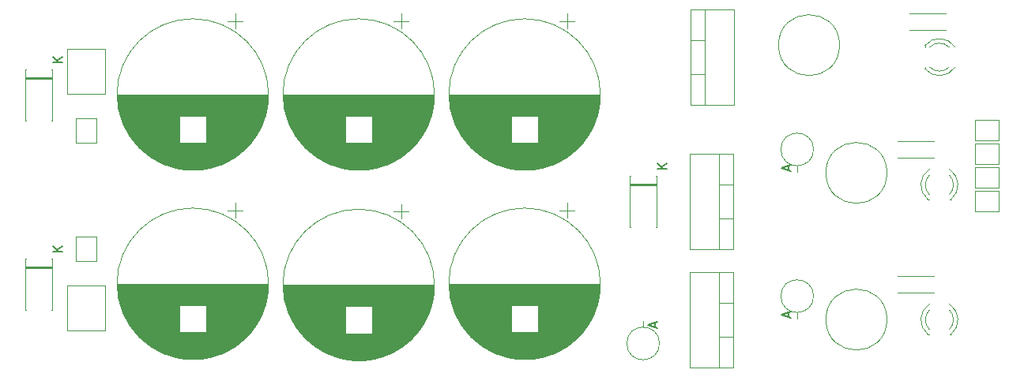
<source format=gto>
G04 #@! TF.GenerationSoftware,KiCad,Pcbnew,5.1.4*
G04 #@! TF.CreationDate,2019-10-16T01:27:55+04:00*
G04 #@! TF.ProjectId,FC_power,46435f70-6f77-4657-922e-6b696361645f,rev?*
G04 #@! TF.SameCoordinates,Original*
G04 #@! TF.FileFunction,Legend,Top*
G04 #@! TF.FilePolarity,Positive*
%FSLAX46Y46*%
G04 Gerber Fmt 4.6, Leading zero omitted, Abs format (unit mm)*
G04 Created by KiCad (PCBNEW 5.1.4) date 2019-10-16 01:27:55*
%MOMM*%
%LPD*%
G04 APERTURE LIST*
%ADD10C,0.120000*%
%ADD11C,0.150000*%
G04 APERTURE END LIST*
D10*
X94480000Y-65980000D02*
G75*
G03X94480000Y-65980000I-8120000J0D01*
G01*
X94441000Y-65980000D02*
X78279000Y-65980000D01*
X94440000Y-66020000D02*
X78280000Y-66020000D01*
X94440000Y-66060000D02*
X78280000Y-66060000D01*
X94440000Y-66100000D02*
X78280000Y-66100000D01*
X94439000Y-66140000D02*
X78281000Y-66140000D01*
X94438000Y-66180000D02*
X78282000Y-66180000D01*
X94437000Y-66220000D02*
X78283000Y-66220000D01*
X94436000Y-66260000D02*
X78284000Y-66260000D01*
X94434000Y-66300000D02*
X78286000Y-66300000D01*
X94433000Y-66340000D02*
X78287000Y-66340000D01*
X94431000Y-66380000D02*
X78289000Y-66380000D01*
X94429000Y-66420000D02*
X78291000Y-66420000D01*
X94426000Y-66460000D02*
X78294000Y-66460000D01*
X94424000Y-66500000D02*
X78296000Y-66500000D01*
X94421000Y-66540000D02*
X78299000Y-66540000D01*
X94418000Y-66580000D02*
X78302000Y-66580000D01*
X94415000Y-66620000D02*
X78305000Y-66620000D01*
X94412000Y-66660000D02*
X78308000Y-66660000D01*
X94409000Y-66701000D02*
X78311000Y-66701000D01*
X94405000Y-66741000D02*
X78315000Y-66741000D01*
X94401000Y-66781000D02*
X78319000Y-66781000D01*
X94397000Y-66821000D02*
X78323000Y-66821000D01*
X94393000Y-66861000D02*
X78327000Y-66861000D01*
X94388000Y-66901000D02*
X78332000Y-66901000D01*
X94384000Y-66941000D02*
X78336000Y-66941000D01*
X94379000Y-66981000D02*
X78341000Y-66981000D01*
X94374000Y-67021000D02*
X78346000Y-67021000D01*
X94368000Y-67061000D02*
X78352000Y-67061000D01*
X94363000Y-67101000D02*
X78357000Y-67101000D01*
X94357000Y-67141000D02*
X78363000Y-67141000D01*
X94351000Y-67181000D02*
X78369000Y-67181000D01*
X94345000Y-67221000D02*
X78375000Y-67221000D01*
X94339000Y-67261000D02*
X78381000Y-67261000D01*
X94332000Y-67301000D02*
X78388000Y-67301000D01*
X94326000Y-67341000D02*
X78394000Y-67341000D01*
X94319000Y-67381000D02*
X78401000Y-67381000D01*
X94312000Y-67421000D02*
X78408000Y-67421000D01*
X94304000Y-67461000D02*
X78416000Y-67461000D01*
X94297000Y-67501000D02*
X78423000Y-67501000D01*
X94289000Y-67541000D02*
X78431000Y-67541000D01*
X94281000Y-67581000D02*
X78439000Y-67581000D01*
X94273000Y-67621000D02*
X78447000Y-67621000D01*
X94265000Y-67661000D02*
X78455000Y-67661000D01*
X94256000Y-67701000D02*
X78464000Y-67701000D01*
X94247000Y-67741000D02*
X78473000Y-67741000D01*
X94238000Y-67781000D02*
X78482000Y-67781000D01*
X94229000Y-67821000D02*
X78491000Y-67821000D01*
X94220000Y-67861000D02*
X78500000Y-67861000D01*
X94210000Y-67901000D02*
X78510000Y-67901000D01*
X94200000Y-67941000D02*
X78520000Y-67941000D01*
X94190000Y-67981000D02*
X78530000Y-67981000D01*
X94180000Y-68021000D02*
X78540000Y-68021000D01*
X94170000Y-68061000D02*
X78550000Y-68061000D01*
X94159000Y-68101000D02*
X78561000Y-68101000D01*
X94148000Y-68141000D02*
X78572000Y-68141000D01*
X94137000Y-68181000D02*
X78583000Y-68181000D01*
X94125000Y-68221000D02*
X78595000Y-68221000D01*
X94114000Y-68261000D02*
X78606000Y-68261000D01*
X94102000Y-68301000D02*
X87800000Y-68301000D01*
X84920000Y-68301000D02*
X78618000Y-68301000D01*
X94090000Y-68341000D02*
X87800000Y-68341000D01*
X84920000Y-68341000D02*
X78630000Y-68341000D01*
X94078000Y-68381000D02*
X87800000Y-68381000D01*
X84920000Y-68381000D02*
X78642000Y-68381000D01*
X94065000Y-68421000D02*
X87800000Y-68421000D01*
X84920000Y-68421000D02*
X78655000Y-68421000D01*
X94053000Y-68461000D02*
X87800000Y-68461000D01*
X84920000Y-68461000D02*
X78667000Y-68461000D01*
X94040000Y-68501000D02*
X87800000Y-68501000D01*
X84920000Y-68501000D02*
X78680000Y-68501000D01*
X94026000Y-68541000D02*
X87800000Y-68541000D01*
X84920000Y-68541000D02*
X78694000Y-68541000D01*
X94013000Y-68581000D02*
X87800000Y-68581000D01*
X84920000Y-68581000D02*
X78707000Y-68581000D01*
X93999000Y-68621000D02*
X87800000Y-68621000D01*
X84920000Y-68621000D02*
X78721000Y-68621000D01*
X93985000Y-68661000D02*
X87800000Y-68661000D01*
X84920000Y-68661000D02*
X78735000Y-68661000D01*
X93971000Y-68701000D02*
X87800000Y-68701000D01*
X84920000Y-68701000D02*
X78749000Y-68701000D01*
X93957000Y-68741000D02*
X87800000Y-68741000D01*
X84920000Y-68741000D02*
X78763000Y-68741000D01*
X93942000Y-68781000D02*
X87800000Y-68781000D01*
X84920000Y-68781000D02*
X78778000Y-68781000D01*
X93928000Y-68821000D02*
X87800000Y-68821000D01*
X84920000Y-68821000D02*
X78792000Y-68821000D01*
X93913000Y-68861000D02*
X87800000Y-68861000D01*
X84920000Y-68861000D02*
X78807000Y-68861000D01*
X93897000Y-68901000D02*
X87800000Y-68901000D01*
X84920000Y-68901000D02*
X78823000Y-68901000D01*
X93882000Y-68941000D02*
X87800000Y-68941000D01*
X84920000Y-68941000D02*
X78838000Y-68941000D01*
X93866000Y-68981000D02*
X87800000Y-68981000D01*
X84920000Y-68981000D02*
X78854000Y-68981000D01*
X93850000Y-69021000D02*
X87800000Y-69021000D01*
X84920000Y-69021000D02*
X78870000Y-69021000D01*
X93834000Y-69061000D02*
X87800000Y-69061000D01*
X84920000Y-69061000D02*
X78886000Y-69061000D01*
X93817000Y-69101000D02*
X87800000Y-69101000D01*
X84920000Y-69101000D02*
X78903000Y-69101000D01*
X93800000Y-69141000D02*
X87800000Y-69141000D01*
X84920000Y-69141000D02*
X78920000Y-69141000D01*
X93783000Y-69181000D02*
X87800000Y-69181000D01*
X84920000Y-69181000D02*
X78937000Y-69181000D01*
X93766000Y-69221000D02*
X87800000Y-69221000D01*
X84920000Y-69221000D02*
X78954000Y-69221000D01*
X93749000Y-69261000D02*
X87800000Y-69261000D01*
X84920000Y-69261000D02*
X78971000Y-69261000D01*
X93731000Y-69301000D02*
X87800000Y-69301000D01*
X84920000Y-69301000D02*
X78989000Y-69301000D01*
X93713000Y-69341000D02*
X87800000Y-69341000D01*
X84920000Y-69341000D02*
X79007000Y-69341000D01*
X93694000Y-69381000D02*
X87800000Y-69381000D01*
X84920000Y-69381000D02*
X79026000Y-69381000D01*
X93676000Y-69421000D02*
X87800000Y-69421000D01*
X84920000Y-69421000D02*
X79044000Y-69421000D01*
X93657000Y-69461000D02*
X87800000Y-69461000D01*
X84920000Y-69461000D02*
X79063000Y-69461000D01*
X93638000Y-69501000D02*
X87800000Y-69501000D01*
X84920000Y-69501000D02*
X79082000Y-69501000D01*
X93618000Y-69541000D02*
X87800000Y-69541000D01*
X84920000Y-69541000D02*
X79102000Y-69541000D01*
X93599000Y-69581000D02*
X87800000Y-69581000D01*
X84920000Y-69581000D02*
X79121000Y-69581000D01*
X93579000Y-69621000D02*
X87800000Y-69621000D01*
X84920000Y-69621000D02*
X79141000Y-69621000D01*
X93559000Y-69661000D02*
X87800000Y-69661000D01*
X84920000Y-69661000D02*
X79161000Y-69661000D01*
X93538000Y-69701000D02*
X87800000Y-69701000D01*
X84920000Y-69701000D02*
X79182000Y-69701000D01*
X93517000Y-69741000D02*
X87800000Y-69741000D01*
X84920000Y-69741000D02*
X79203000Y-69741000D01*
X93496000Y-69781000D02*
X87800000Y-69781000D01*
X84920000Y-69781000D02*
X79224000Y-69781000D01*
X93475000Y-69821000D02*
X87800000Y-69821000D01*
X84920000Y-69821000D02*
X79245000Y-69821000D01*
X93454000Y-69861000D02*
X87800000Y-69861000D01*
X84920000Y-69861000D02*
X79266000Y-69861000D01*
X93432000Y-69901000D02*
X87800000Y-69901000D01*
X84920000Y-69901000D02*
X79288000Y-69901000D01*
X93409000Y-69941000D02*
X87800000Y-69941000D01*
X84920000Y-69941000D02*
X79311000Y-69941000D01*
X93387000Y-69981000D02*
X87800000Y-69981000D01*
X84920000Y-69981000D02*
X79333000Y-69981000D01*
X93364000Y-70021000D02*
X87800000Y-70021000D01*
X84920000Y-70021000D02*
X79356000Y-70021000D01*
X93341000Y-70061000D02*
X87800000Y-70061000D01*
X84920000Y-70061000D02*
X79379000Y-70061000D01*
X93318000Y-70101000D02*
X87800000Y-70101000D01*
X84920000Y-70101000D02*
X79402000Y-70101000D01*
X93294000Y-70141000D02*
X87800000Y-70141000D01*
X84920000Y-70141000D02*
X79426000Y-70141000D01*
X93270000Y-70181000D02*
X87800000Y-70181000D01*
X84920000Y-70181000D02*
X79450000Y-70181000D01*
X93246000Y-70221000D02*
X87800000Y-70221000D01*
X84920000Y-70221000D02*
X79474000Y-70221000D01*
X93221000Y-70261000D02*
X87800000Y-70261000D01*
X84920000Y-70261000D02*
X79499000Y-70261000D01*
X93196000Y-70301000D02*
X87800000Y-70301000D01*
X84920000Y-70301000D02*
X79524000Y-70301000D01*
X93171000Y-70341000D02*
X87800000Y-70341000D01*
X84920000Y-70341000D02*
X79549000Y-70341000D01*
X93145000Y-70381000D02*
X87800000Y-70381000D01*
X84920000Y-70381000D02*
X79575000Y-70381000D01*
X93119000Y-70421000D02*
X87800000Y-70421000D01*
X84920000Y-70421000D02*
X79601000Y-70421000D01*
X93093000Y-70461000D02*
X87800000Y-70461000D01*
X84920000Y-70461000D02*
X79627000Y-70461000D01*
X93066000Y-70501000D02*
X87800000Y-70501000D01*
X84920000Y-70501000D02*
X79654000Y-70501000D01*
X93039000Y-70541000D02*
X87800000Y-70541000D01*
X84920000Y-70541000D02*
X79681000Y-70541000D01*
X93012000Y-70581000D02*
X87800000Y-70581000D01*
X84920000Y-70581000D02*
X79708000Y-70581000D01*
X92984000Y-70621000D02*
X87800000Y-70621000D01*
X84920000Y-70621000D02*
X79736000Y-70621000D01*
X92956000Y-70661000D02*
X87800000Y-70661000D01*
X84920000Y-70661000D02*
X79764000Y-70661000D01*
X92928000Y-70701000D02*
X87800000Y-70701000D01*
X84920000Y-70701000D02*
X79792000Y-70701000D01*
X92899000Y-70741000D02*
X87800000Y-70741000D01*
X84920000Y-70741000D02*
X79821000Y-70741000D01*
X92870000Y-70781000D02*
X87800000Y-70781000D01*
X84920000Y-70781000D02*
X79850000Y-70781000D01*
X92840000Y-70821000D02*
X87800000Y-70821000D01*
X84920000Y-70821000D02*
X79880000Y-70821000D01*
X92810000Y-70861000D02*
X87800000Y-70861000D01*
X84920000Y-70861000D02*
X79910000Y-70861000D01*
X92780000Y-70901000D02*
X87800000Y-70901000D01*
X84920000Y-70901000D02*
X79940000Y-70901000D01*
X92750000Y-70941000D02*
X87800000Y-70941000D01*
X84920000Y-70941000D02*
X79970000Y-70941000D01*
X92718000Y-70981000D02*
X87800000Y-70981000D01*
X84920000Y-70981000D02*
X80002000Y-70981000D01*
X92687000Y-71021000D02*
X87800000Y-71021000D01*
X84920000Y-71021000D02*
X80033000Y-71021000D01*
X92655000Y-71061000D02*
X87800000Y-71061000D01*
X84920000Y-71061000D02*
X80065000Y-71061000D01*
X92623000Y-71101000D02*
X87800000Y-71101000D01*
X84920000Y-71101000D02*
X80097000Y-71101000D01*
X92590000Y-71141000D02*
X87800000Y-71141000D01*
X84920000Y-71141000D02*
X80130000Y-71141000D01*
X92557000Y-71181000D02*
X80163000Y-71181000D01*
X92523000Y-71221000D02*
X80197000Y-71221000D01*
X92489000Y-71261000D02*
X80231000Y-71261000D01*
X92455000Y-71301000D02*
X80265000Y-71301000D01*
X92420000Y-71341000D02*
X80300000Y-71341000D01*
X92385000Y-71381000D02*
X80335000Y-71381000D01*
X92349000Y-71421000D02*
X80371000Y-71421000D01*
X92312000Y-71461000D02*
X80408000Y-71461000D01*
X92276000Y-71501000D02*
X80444000Y-71501000D01*
X92238000Y-71541000D02*
X80482000Y-71541000D01*
X92200000Y-71581000D02*
X80520000Y-71581000D01*
X92162000Y-71621000D02*
X80558000Y-71621000D01*
X92123000Y-71661000D02*
X80597000Y-71661000D01*
X92084000Y-71701000D02*
X80636000Y-71701000D01*
X92044000Y-71741000D02*
X80676000Y-71741000D01*
X92003000Y-71781000D02*
X80717000Y-71781000D01*
X91962000Y-71821000D02*
X80758000Y-71821000D01*
X91920000Y-71861000D02*
X80800000Y-71861000D01*
X91878000Y-71901000D02*
X80842000Y-71901000D01*
X91835000Y-71941000D02*
X80885000Y-71941000D01*
X91792000Y-71981000D02*
X80928000Y-71981000D01*
X91748000Y-72021000D02*
X80972000Y-72021000D01*
X91703000Y-72061000D02*
X81017000Y-72061000D01*
X91657000Y-72101000D02*
X81063000Y-72101000D01*
X91611000Y-72141000D02*
X81109000Y-72141000D01*
X91564000Y-72181000D02*
X81156000Y-72181000D01*
X91516000Y-72221000D02*
X81204000Y-72221000D01*
X91468000Y-72261000D02*
X81252000Y-72261000D01*
X91419000Y-72301000D02*
X81301000Y-72301000D01*
X91369000Y-72341000D02*
X81351000Y-72341000D01*
X91318000Y-72381000D02*
X81402000Y-72381000D01*
X91266000Y-72421000D02*
X81454000Y-72421000D01*
X91214000Y-72461000D02*
X81506000Y-72461000D01*
X91160000Y-72501000D02*
X81560000Y-72501000D01*
X91106000Y-72541000D02*
X81614000Y-72541000D01*
X91051000Y-72581000D02*
X81669000Y-72581000D01*
X90994000Y-72621000D02*
X81726000Y-72621000D01*
X90937000Y-72661000D02*
X81783000Y-72661000D01*
X90879000Y-72701000D02*
X81841000Y-72701000D01*
X90819000Y-72741000D02*
X81901000Y-72741000D01*
X90758000Y-72781000D02*
X81962000Y-72781000D01*
X90696000Y-72821000D02*
X82024000Y-72821000D01*
X90633000Y-72861000D02*
X82087000Y-72861000D01*
X90569000Y-72901000D02*
X82151000Y-72901000D01*
X90503000Y-72941000D02*
X82217000Y-72941000D01*
X90436000Y-72981000D02*
X82284000Y-72981000D01*
X90367000Y-73021000D02*
X82353000Y-73021000D01*
X90296000Y-73061000D02*
X82424000Y-73061000D01*
X90224000Y-73101000D02*
X82496000Y-73101000D01*
X90150000Y-73141000D02*
X82570000Y-73141000D01*
X90075000Y-73181000D02*
X82645000Y-73181000D01*
X89997000Y-73221000D02*
X82723000Y-73221000D01*
X89917000Y-73261000D02*
X82803000Y-73261000D01*
X89835000Y-73301000D02*
X82885000Y-73301000D01*
X89750000Y-73341000D02*
X82970000Y-73341000D01*
X89663000Y-73381000D02*
X83057000Y-73381000D01*
X89573000Y-73421000D02*
X83147000Y-73421000D01*
X89480000Y-73461000D02*
X83240000Y-73461000D01*
X89384000Y-73501000D02*
X83336000Y-73501000D01*
X89284000Y-73541000D02*
X83436000Y-73541000D01*
X89180000Y-73581000D02*
X83540000Y-73581000D01*
X89071000Y-73621000D02*
X83649000Y-73621000D01*
X88957000Y-73661000D02*
X83763000Y-73661000D01*
X88838000Y-73701000D02*
X83882000Y-73701000D01*
X88711000Y-73741000D02*
X84009000Y-73741000D01*
X88578000Y-73781000D02*
X84142000Y-73781000D01*
X88434000Y-73821000D02*
X84286000Y-73821000D01*
X88280000Y-73861000D02*
X84440000Y-73861000D01*
X88112000Y-73901000D02*
X84608000Y-73901000D01*
X87924000Y-73941000D02*
X84796000Y-73941000D01*
X87711000Y-73981000D02*
X85009000Y-73981000D01*
X87458000Y-74021000D02*
X85262000Y-74021000D01*
X87125000Y-74061000D02*
X85595000Y-74061000D01*
X90915000Y-57290509D02*
X90915000Y-58890509D01*
X91715000Y-58090509D02*
X90115000Y-58090509D01*
X56155000Y-37770509D02*
X54555000Y-37770509D01*
X55355000Y-36970509D02*
X55355000Y-38570509D01*
X51565000Y-53741000D02*
X50035000Y-53741000D01*
X51898000Y-53701000D02*
X49702000Y-53701000D01*
X52151000Y-53661000D02*
X49449000Y-53661000D01*
X52364000Y-53621000D02*
X49236000Y-53621000D01*
X52552000Y-53581000D02*
X49048000Y-53581000D01*
X52720000Y-53541000D02*
X48880000Y-53541000D01*
X52874000Y-53501000D02*
X48726000Y-53501000D01*
X53018000Y-53461000D02*
X48582000Y-53461000D01*
X53151000Y-53421000D02*
X48449000Y-53421000D01*
X53278000Y-53381000D02*
X48322000Y-53381000D01*
X53397000Y-53341000D02*
X48203000Y-53341000D01*
X53511000Y-53301000D02*
X48089000Y-53301000D01*
X53620000Y-53261000D02*
X47980000Y-53261000D01*
X53724000Y-53221000D02*
X47876000Y-53221000D01*
X53824000Y-53181000D02*
X47776000Y-53181000D01*
X53920000Y-53141000D02*
X47680000Y-53141000D01*
X54013000Y-53101000D02*
X47587000Y-53101000D01*
X54103000Y-53061000D02*
X47497000Y-53061000D01*
X54190000Y-53021000D02*
X47410000Y-53021000D01*
X54275000Y-52981000D02*
X47325000Y-52981000D01*
X54357000Y-52941000D02*
X47243000Y-52941000D01*
X54437000Y-52901000D02*
X47163000Y-52901000D01*
X54515000Y-52861000D02*
X47085000Y-52861000D01*
X54590000Y-52821000D02*
X47010000Y-52821000D01*
X54664000Y-52781000D02*
X46936000Y-52781000D01*
X54736000Y-52741000D02*
X46864000Y-52741000D01*
X54807000Y-52701000D02*
X46793000Y-52701000D01*
X54876000Y-52661000D02*
X46724000Y-52661000D01*
X54943000Y-52621000D02*
X46657000Y-52621000D01*
X55009000Y-52581000D02*
X46591000Y-52581000D01*
X55073000Y-52541000D02*
X46527000Y-52541000D01*
X55136000Y-52501000D02*
X46464000Y-52501000D01*
X55198000Y-52461000D02*
X46402000Y-52461000D01*
X55259000Y-52421000D02*
X46341000Y-52421000D01*
X55319000Y-52381000D02*
X46281000Y-52381000D01*
X55377000Y-52341000D02*
X46223000Y-52341000D01*
X55434000Y-52301000D02*
X46166000Y-52301000D01*
X55491000Y-52261000D02*
X46109000Y-52261000D01*
X55546000Y-52221000D02*
X46054000Y-52221000D01*
X55600000Y-52181000D02*
X46000000Y-52181000D01*
X55654000Y-52141000D02*
X45946000Y-52141000D01*
X55706000Y-52101000D02*
X45894000Y-52101000D01*
X55758000Y-52061000D02*
X45842000Y-52061000D01*
X55809000Y-52021000D02*
X45791000Y-52021000D01*
X55859000Y-51981000D02*
X45741000Y-51981000D01*
X55908000Y-51941000D02*
X45692000Y-51941000D01*
X55956000Y-51901000D02*
X45644000Y-51901000D01*
X56004000Y-51861000D02*
X45596000Y-51861000D01*
X56051000Y-51821000D02*
X45549000Y-51821000D01*
X56097000Y-51781000D02*
X45503000Y-51781000D01*
X56143000Y-51741000D02*
X45457000Y-51741000D01*
X56188000Y-51701000D02*
X45412000Y-51701000D01*
X56232000Y-51661000D02*
X45368000Y-51661000D01*
X56275000Y-51621000D02*
X45325000Y-51621000D01*
X56318000Y-51581000D02*
X45282000Y-51581000D01*
X56360000Y-51541000D02*
X45240000Y-51541000D01*
X56402000Y-51501000D02*
X45198000Y-51501000D01*
X56443000Y-51461000D02*
X45157000Y-51461000D01*
X56484000Y-51421000D02*
X45116000Y-51421000D01*
X56524000Y-51381000D02*
X45076000Y-51381000D01*
X56563000Y-51341000D02*
X45037000Y-51341000D01*
X56602000Y-51301000D02*
X44998000Y-51301000D01*
X56640000Y-51261000D02*
X44960000Y-51261000D01*
X56678000Y-51221000D02*
X44922000Y-51221000D01*
X56716000Y-51181000D02*
X44884000Y-51181000D01*
X56752000Y-51141000D02*
X44848000Y-51141000D01*
X56789000Y-51101000D02*
X44811000Y-51101000D01*
X56825000Y-51061000D02*
X44775000Y-51061000D01*
X56860000Y-51021000D02*
X44740000Y-51021000D01*
X56895000Y-50981000D02*
X44705000Y-50981000D01*
X56929000Y-50941000D02*
X44671000Y-50941000D01*
X56963000Y-50901000D02*
X44637000Y-50901000D01*
X56997000Y-50861000D02*
X44603000Y-50861000D01*
X49360000Y-50821000D02*
X44570000Y-50821000D01*
X57030000Y-50821000D02*
X52240000Y-50821000D01*
X49360000Y-50781000D02*
X44537000Y-50781000D01*
X57063000Y-50781000D02*
X52240000Y-50781000D01*
X49360000Y-50741000D02*
X44505000Y-50741000D01*
X57095000Y-50741000D02*
X52240000Y-50741000D01*
X49360000Y-50701000D02*
X44473000Y-50701000D01*
X57127000Y-50701000D02*
X52240000Y-50701000D01*
X49360000Y-50661000D02*
X44442000Y-50661000D01*
X57158000Y-50661000D02*
X52240000Y-50661000D01*
X49360000Y-50621000D02*
X44410000Y-50621000D01*
X57190000Y-50621000D02*
X52240000Y-50621000D01*
X49360000Y-50581000D02*
X44380000Y-50581000D01*
X57220000Y-50581000D02*
X52240000Y-50581000D01*
X49360000Y-50541000D02*
X44350000Y-50541000D01*
X57250000Y-50541000D02*
X52240000Y-50541000D01*
X49360000Y-50501000D02*
X44320000Y-50501000D01*
X57280000Y-50501000D02*
X52240000Y-50501000D01*
X49360000Y-50461000D02*
X44290000Y-50461000D01*
X57310000Y-50461000D02*
X52240000Y-50461000D01*
X49360000Y-50421000D02*
X44261000Y-50421000D01*
X57339000Y-50421000D02*
X52240000Y-50421000D01*
X49360000Y-50381000D02*
X44232000Y-50381000D01*
X57368000Y-50381000D02*
X52240000Y-50381000D01*
X49360000Y-50341000D02*
X44204000Y-50341000D01*
X57396000Y-50341000D02*
X52240000Y-50341000D01*
X49360000Y-50301000D02*
X44176000Y-50301000D01*
X57424000Y-50301000D02*
X52240000Y-50301000D01*
X49360000Y-50261000D02*
X44148000Y-50261000D01*
X57452000Y-50261000D02*
X52240000Y-50261000D01*
X49360000Y-50221000D02*
X44121000Y-50221000D01*
X57479000Y-50221000D02*
X52240000Y-50221000D01*
X49360000Y-50181000D02*
X44094000Y-50181000D01*
X57506000Y-50181000D02*
X52240000Y-50181000D01*
X49360000Y-50141000D02*
X44067000Y-50141000D01*
X57533000Y-50141000D02*
X52240000Y-50141000D01*
X49360000Y-50101000D02*
X44041000Y-50101000D01*
X57559000Y-50101000D02*
X52240000Y-50101000D01*
X49360000Y-50061000D02*
X44015000Y-50061000D01*
X57585000Y-50061000D02*
X52240000Y-50061000D01*
X49360000Y-50021000D02*
X43989000Y-50021000D01*
X57611000Y-50021000D02*
X52240000Y-50021000D01*
X49360000Y-49981000D02*
X43964000Y-49981000D01*
X57636000Y-49981000D02*
X52240000Y-49981000D01*
X49360000Y-49941000D02*
X43939000Y-49941000D01*
X57661000Y-49941000D02*
X52240000Y-49941000D01*
X49360000Y-49901000D02*
X43914000Y-49901000D01*
X57686000Y-49901000D02*
X52240000Y-49901000D01*
X49360000Y-49861000D02*
X43890000Y-49861000D01*
X57710000Y-49861000D02*
X52240000Y-49861000D01*
X49360000Y-49821000D02*
X43866000Y-49821000D01*
X57734000Y-49821000D02*
X52240000Y-49821000D01*
X49360000Y-49781000D02*
X43842000Y-49781000D01*
X57758000Y-49781000D02*
X52240000Y-49781000D01*
X49360000Y-49741000D02*
X43819000Y-49741000D01*
X57781000Y-49741000D02*
X52240000Y-49741000D01*
X49360000Y-49701000D02*
X43796000Y-49701000D01*
X57804000Y-49701000D02*
X52240000Y-49701000D01*
X49360000Y-49661000D02*
X43773000Y-49661000D01*
X57827000Y-49661000D02*
X52240000Y-49661000D01*
X49360000Y-49621000D02*
X43751000Y-49621000D01*
X57849000Y-49621000D02*
X52240000Y-49621000D01*
X49360000Y-49581000D02*
X43728000Y-49581000D01*
X57872000Y-49581000D02*
X52240000Y-49581000D01*
X49360000Y-49541000D02*
X43706000Y-49541000D01*
X57894000Y-49541000D02*
X52240000Y-49541000D01*
X49360000Y-49501000D02*
X43685000Y-49501000D01*
X57915000Y-49501000D02*
X52240000Y-49501000D01*
X49360000Y-49461000D02*
X43664000Y-49461000D01*
X57936000Y-49461000D02*
X52240000Y-49461000D01*
X49360000Y-49421000D02*
X43643000Y-49421000D01*
X57957000Y-49421000D02*
X52240000Y-49421000D01*
X49360000Y-49381000D02*
X43622000Y-49381000D01*
X57978000Y-49381000D02*
X52240000Y-49381000D01*
X49360000Y-49341000D02*
X43601000Y-49341000D01*
X57999000Y-49341000D02*
X52240000Y-49341000D01*
X49360000Y-49301000D02*
X43581000Y-49301000D01*
X58019000Y-49301000D02*
X52240000Y-49301000D01*
X49360000Y-49261000D02*
X43561000Y-49261000D01*
X58039000Y-49261000D02*
X52240000Y-49261000D01*
X49360000Y-49221000D02*
X43542000Y-49221000D01*
X58058000Y-49221000D02*
X52240000Y-49221000D01*
X49360000Y-49181000D02*
X43522000Y-49181000D01*
X58078000Y-49181000D02*
X52240000Y-49181000D01*
X49360000Y-49141000D02*
X43503000Y-49141000D01*
X58097000Y-49141000D02*
X52240000Y-49141000D01*
X49360000Y-49101000D02*
X43484000Y-49101000D01*
X58116000Y-49101000D02*
X52240000Y-49101000D01*
X49360000Y-49061000D02*
X43466000Y-49061000D01*
X58134000Y-49061000D02*
X52240000Y-49061000D01*
X49360000Y-49021000D02*
X43447000Y-49021000D01*
X58153000Y-49021000D02*
X52240000Y-49021000D01*
X49360000Y-48981000D02*
X43429000Y-48981000D01*
X58171000Y-48981000D02*
X52240000Y-48981000D01*
X49360000Y-48941000D02*
X43411000Y-48941000D01*
X58189000Y-48941000D02*
X52240000Y-48941000D01*
X49360000Y-48901000D02*
X43394000Y-48901000D01*
X58206000Y-48901000D02*
X52240000Y-48901000D01*
X49360000Y-48861000D02*
X43377000Y-48861000D01*
X58223000Y-48861000D02*
X52240000Y-48861000D01*
X49360000Y-48821000D02*
X43360000Y-48821000D01*
X58240000Y-48821000D02*
X52240000Y-48821000D01*
X49360000Y-48781000D02*
X43343000Y-48781000D01*
X58257000Y-48781000D02*
X52240000Y-48781000D01*
X49360000Y-48741000D02*
X43326000Y-48741000D01*
X58274000Y-48741000D02*
X52240000Y-48741000D01*
X49360000Y-48701000D02*
X43310000Y-48701000D01*
X58290000Y-48701000D02*
X52240000Y-48701000D01*
X49360000Y-48661000D02*
X43294000Y-48661000D01*
X58306000Y-48661000D02*
X52240000Y-48661000D01*
X49360000Y-48621000D02*
X43278000Y-48621000D01*
X58322000Y-48621000D02*
X52240000Y-48621000D01*
X49360000Y-48581000D02*
X43263000Y-48581000D01*
X58337000Y-48581000D02*
X52240000Y-48581000D01*
X49360000Y-48541000D02*
X43247000Y-48541000D01*
X58353000Y-48541000D02*
X52240000Y-48541000D01*
X49360000Y-48501000D02*
X43232000Y-48501000D01*
X58368000Y-48501000D02*
X52240000Y-48501000D01*
X49360000Y-48461000D02*
X43218000Y-48461000D01*
X58382000Y-48461000D02*
X52240000Y-48461000D01*
X49360000Y-48421000D02*
X43203000Y-48421000D01*
X58397000Y-48421000D02*
X52240000Y-48421000D01*
X49360000Y-48381000D02*
X43189000Y-48381000D01*
X58411000Y-48381000D02*
X52240000Y-48381000D01*
X49360000Y-48341000D02*
X43175000Y-48341000D01*
X58425000Y-48341000D02*
X52240000Y-48341000D01*
X49360000Y-48301000D02*
X43161000Y-48301000D01*
X58439000Y-48301000D02*
X52240000Y-48301000D01*
X49360000Y-48261000D02*
X43147000Y-48261000D01*
X58453000Y-48261000D02*
X52240000Y-48261000D01*
X49360000Y-48221000D02*
X43134000Y-48221000D01*
X58466000Y-48221000D02*
X52240000Y-48221000D01*
X49360000Y-48181000D02*
X43120000Y-48181000D01*
X58480000Y-48181000D02*
X52240000Y-48181000D01*
X49360000Y-48141000D02*
X43107000Y-48141000D01*
X58493000Y-48141000D02*
X52240000Y-48141000D01*
X49360000Y-48101000D02*
X43095000Y-48101000D01*
X58505000Y-48101000D02*
X52240000Y-48101000D01*
X49360000Y-48061000D02*
X43082000Y-48061000D01*
X58518000Y-48061000D02*
X52240000Y-48061000D01*
X49360000Y-48021000D02*
X43070000Y-48021000D01*
X58530000Y-48021000D02*
X52240000Y-48021000D01*
X49360000Y-47981000D02*
X43058000Y-47981000D01*
X58542000Y-47981000D02*
X52240000Y-47981000D01*
X58554000Y-47941000D02*
X43046000Y-47941000D01*
X58565000Y-47901000D02*
X43035000Y-47901000D01*
X58577000Y-47861000D02*
X43023000Y-47861000D01*
X58588000Y-47821000D02*
X43012000Y-47821000D01*
X58599000Y-47781000D02*
X43001000Y-47781000D01*
X58610000Y-47741000D02*
X42990000Y-47741000D01*
X58620000Y-47701000D02*
X42980000Y-47701000D01*
X58630000Y-47661000D02*
X42970000Y-47661000D01*
X58640000Y-47621000D02*
X42960000Y-47621000D01*
X58650000Y-47581000D02*
X42950000Y-47581000D01*
X58660000Y-47541000D02*
X42940000Y-47541000D01*
X58669000Y-47501000D02*
X42931000Y-47501000D01*
X58678000Y-47461000D02*
X42922000Y-47461000D01*
X58687000Y-47421000D02*
X42913000Y-47421000D01*
X58696000Y-47381000D02*
X42904000Y-47381000D01*
X58705000Y-47341000D02*
X42895000Y-47341000D01*
X58713000Y-47301000D02*
X42887000Y-47301000D01*
X58721000Y-47261000D02*
X42879000Y-47261000D01*
X58729000Y-47221000D02*
X42871000Y-47221000D01*
X58737000Y-47181000D02*
X42863000Y-47181000D01*
X58744000Y-47141000D02*
X42856000Y-47141000D01*
X58752000Y-47101000D02*
X42848000Y-47101000D01*
X58759000Y-47061000D02*
X42841000Y-47061000D01*
X58766000Y-47021000D02*
X42834000Y-47021000D01*
X58772000Y-46981000D02*
X42828000Y-46981000D01*
X58779000Y-46941000D02*
X42821000Y-46941000D01*
X58785000Y-46901000D02*
X42815000Y-46901000D01*
X58791000Y-46861000D02*
X42809000Y-46861000D01*
X58797000Y-46821000D02*
X42803000Y-46821000D01*
X58803000Y-46781000D02*
X42797000Y-46781000D01*
X58808000Y-46741000D02*
X42792000Y-46741000D01*
X58814000Y-46701000D02*
X42786000Y-46701000D01*
X58819000Y-46661000D02*
X42781000Y-46661000D01*
X58824000Y-46621000D02*
X42776000Y-46621000D01*
X58828000Y-46581000D02*
X42772000Y-46581000D01*
X58833000Y-46541000D02*
X42767000Y-46541000D01*
X58837000Y-46501000D02*
X42763000Y-46501000D01*
X58841000Y-46461000D02*
X42759000Y-46461000D01*
X58845000Y-46421000D02*
X42755000Y-46421000D01*
X58849000Y-46381000D02*
X42751000Y-46381000D01*
X58852000Y-46340000D02*
X42748000Y-46340000D01*
X58855000Y-46300000D02*
X42745000Y-46300000D01*
X58858000Y-46260000D02*
X42742000Y-46260000D01*
X58861000Y-46220000D02*
X42739000Y-46220000D01*
X58864000Y-46180000D02*
X42736000Y-46180000D01*
X58866000Y-46140000D02*
X42734000Y-46140000D01*
X58869000Y-46100000D02*
X42731000Y-46100000D01*
X58871000Y-46060000D02*
X42729000Y-46060000D01*
X58873000Y-46020000D02*
X42727000Y-46020000D01*
X58874000Y-45980000D02*
X42726000Y-45980000D01*
X58876000Y-45940000D02*
X42724000Y-45940000D01*
X58877000Y-45900000D02*
X42723000Y-45900000D01*
X58878000Y-45860000D02*
X42722000Y-45860000D01*
X58879000Y-45820000D02*
X42721000Y-45820000D01*
X58880000Y-45780000D02*
X42720000Y-45780000D01*
X58880000Y-45740000D02*
X42720000Y-45740000D01*
X58880000Y-45700000D02*
X42720000Y-45700000D01*
X58881000Y-45660000D02*
X42719000Y-45660000D01*
X58920000Y-45660000D02*
G75*
G03X58920000Y-45660000I-8120000J0D01*
G01*
X76700000Y-45660000D02*
G75*
G03X76700000Y-45660000I-8120000J0D01*
G01*
X76661000Y-45660000D02*
X60499000Y-45660000D01*
X76660000Y-45700000D02*
X60500000Y-45700000D01*
X76660000Y-45740000D02*
X60500000Y-45740000D01*
X76660000Y-45780000D02*
X60500000Y-45780000D01*
X76659000Y-45820000D02*
X60501000Y-45820000D01*
X76658000Y-45860000D02*
X60502000Y-45860000D01*
X76657000Y-45900000D02*
X60503000Y-45900000D01*
X76656000Y-45940000D02*
X60504000Y-45940000D01*
X76654000Y-45980000D02*
X60506000Y-45980000D01*
X76653000Y-46020000D02*
X60507000Y-46020000D01*
X76651000Y-46060000D02*
X60509000Y-46060000D01*
X76649000Y-46100000D02*
X60511000Y-46100000D01*
X76646000Y-46140000D02*
X60514000Y-46140000D01*
X76644000Y-46180000D02*
X60516000Y-46180000D01*
X76641000Y-46220000D02*
X60519000Y-46220000D01*
X76638000Y-46260000D02*
X60522000Y-46260000D01*
X76635000Y-46300000D02*
X60525000Y-46300000D01*
X76632000Y-46340000D02*
X60528000Y-46340000D01*
X76629000Y-46381000D02*
X60531000Y-46381000D01*
X76625000Y-46421000D02*
X60535000Y-46421000D01*
X76621000Y-46461000D02*
X60539000Y-46461000D01*
X76617000Y-46501000D02*
X60543000Y-46501000D01*
X76613000Y-46541000D02*
X60547000Y-46541000D01*
X76608000Y-46581000D02*
X60552000Y-46581000D01*
X76604000Y-46621000D02*
X60556000Y-46621000D01*
X76599000Y-46661000D02*
X60561000Y-46661000D01*
X76594000Y-46701000D02*
X60566000Y-46701000D01*
X76588000Y-46741000D02*
X60572000Y-46741000D01*
X76583000Y-46781000D02*
X60577000Y-46781000D01*
X76577000Y-46821000D02*
X60583000Y-46821000D01*
X76571000Y-46861000D02*
X60589000Y-46861000D01*
X76565000Y-46901000D02*
X60595000Y-46901000D01*
X76559000Y-46941000D02*
X60601000Y-46941000D01*
X76552000Y-46981000D02*
X60608000Y-46981000D01*
X76546000Y-47021000D02*
X60614000Y-47021000D01*
X76539000Y-47061000D02*
X60621000Y-47061000D01*
X76532000Y-47101000D02*
X60628000Y-47101000D01*
X76524000Y-47141000D02*
X60636000Y-47141000D01*
X76517000Y-47181000D02*
X60643000Y-47181000D01*
X76509000Y-47221000D02*
X60651000Y-47221000D01*
X76501000Y-47261000D02*
X60659000Y-47261000D01*
X76493000Y-47301000D02*
X60667000Y-47301000D01*
X76485000Y-47341000D02*
X60675000Y-47341000D01*
X76476000Y-47381000D02*
X60684000Y-47381000D01*
X76467000Y-47421000D02*
X60693000Y-47421000D01*
X76458000Y-47461000D02*
X60702000Y-47461000D01*
X76449000Y-47501000D02*
X60711000Y-47501000D01*
X76440000Y-47541000D02*
X60720000Y-47541000D01*
X76430000Y-47581000D02*
X60730000Y-47581000D01*
X76420000Y-47621000D02*
X60740000Y-47621000D01*
X76410000Y-47661000D02*
X60750000Y-47661000D01*
X76400000Y-47701000D02*
X60760000Y-47701000D01*
X76390000Y-47741000D02*
X60770000Y-47741000D01*
X76379000Y-47781000D02*
X60781000Y-47781000D01*
X76368000Y-47821000D02*
X60792000Y-47821000D01*
X76357000Y-47861000D02*
X60803000Y-47861000D01*
X76345000Y-47901000D02*
X60815000Y-47901000D01*
X76334000Y-47941000D02*
X60826000Y-47941000D01*
X76322000Y-47981000D02*
X70020000Y-47981000D01*
X67140000Y-47981000D02*
X60838000Y-47981000D01*
X76310000Y-48021000D02*
X70020000Y-48021000D01*
X67140000Y-48021000D02*
X60850000Y-48021000D01*
X76298000Y-48061000D02*
X70020000Y-48061000D01*
X67140000Y-48061000D02*
X60862000Y-48061000D01*
X76285000Y-48101000D02*
X70020000Y-48101000D01*
X67140000Y-48101000D02*
X60875000Y-48101000D01*
X76273000Y-48141000D02*
X70020000Y-48141000D01*
X67140000Y-48141000D02*
X60887000Y-48141000D01*
X76260000Y-48181000D02*
X70020000Y-48181000D01*
X67140000Y-48181000D02*
X60900000Y-48181000D01*
X76246000Y-48221000D02*
X70020000Y-48221000D01*
X67140000Y-48221000D02*
X60914000Y-48221000D01*
X76233000Y-48261000D02*
X70020000Y-48261000D01*
X67140000Y-48261000D02*
X60927000Y-48261000D01*
X76219000Y-48301000D02*
X70020000Y-48301000D01*
X67140000Y-48301000D02*
X60941000Y-48301000D01*
X76205000Y-48341000D02*
X70020000Y-48341000D01*
X67140000Y-48341000D02*
X60955000Y-48341000D01*
X76191000Y-48381000D02*
X70020000Y-48381000D01*
X67140000Y-48381000D02*
X60969000Y-48381000D01*
X76177000Y-48421000D02*
X70020000Y-48421000D01*
X67140000Y-48421000D02*
X60983000Y-48421000D01*
X76162000Y-48461000D02*
X70020000Y-48461000D01*
X67140000Y-48461000D02*
X60998000Y-48461000D01*
X76148000Y-48501000D02*
X70020000Y-48501000D01*
X67140000Y-48501000D02*
X61012000Y-48501000D01*
X76133000Y-48541000D02*
X70020000Y-48541000D01*
X67140000Y-48541000D02*
X61027000Y-48541000D01*
X76117000Y-48581000D02*
X70020000Y-48581000D01*
X67140000Y-48581000D02*
X61043000Y-48581000D01*
X76102000Y-48621000D02*
X70020000Y-48621000D01*
X67140000Y-48621000D02*
X61058000Y-48621000D01*
X76086000Y-48661000D02*
X70020000Y-48661000D01*
X67140000Y-48661000D02*
X61074000Y-48661000D01*
X76070000Y-48701000D02*
X70020000Y-48701000D01*
X67140000Y-48701000D02*
X61090000Y-48701000D01*
X76054000Y-48741000D02*
X70020000Y-48741000D01*
X67140000Y-48741000D02*
X61106000Y-48741000D01*
X76037000Y-48781000D02*
X70020000Y-48781000D01*
X67140000Y-48781000D02*
X61123000Y-48781000D01*
X76020000Y-48821000D02*
X70020000Y-48821000D01*
X67140000Y-48821000D02*
X61140000Y-48821000D01*
X76003000Y-48861000D02*
X70020000Y-48861000D01*
X67140000Y-48861000D02*
X61157000Y-48861000D01*
X75986000Y-48901000D02*
X70020000Y-48901000D01*
X67140000Y-48901000D02*
X61174000Y-48901000D01*
X75969000Y-48941000D02*
X70020000Y-48941000D01*
X67140000Y-48941000D02*
X61191000Y-48941000D01*
X75951000Y-48981000D02*
X70020000Y-48981000D01*
X67140000Y-48981000D02*
X61209000Y-48981000D01*
X75933000Y-49021000D02*
X70020000Y-49021000D01*
X67140000Y-49021000D02*
X61227000Y-49021000D01*
X75914000Y-49061000D02*
X70020000Y-49061000D01*
X67140000Y-49061000D02*
X61246000Y-49061000D01*
X75896000Y-49101000D02*
X70020000Y-49101000D01*
X67140000Y-49101000D02*
X61264000Y-49101000D01*
X75877000Y-49141000D02*
X70020000Y-49141000D01*
X67140000Y-49141000D02*
X61283000Y-49141000D01*
X75858000Y-49181000D02*
X70020000Y-49181000D01*
X67140000Y-49181000D02*
X61302000Y-49181000D01*
X75838000Y-49221000D02*
X70020000Y-49221000D01*
X67140000Y-49221000D02*
X61322000Y-49221000D01*
X75819000Y-49261000D02*
X70020000Y-49261000D01*
X67140000Y-49261000D02*
X61341000Y-49261000D01*
X75799000Y-49301000D02*
X70020000Y-49301000D01*
X67140000Y-49301000D02*
X61361000Y-49301000D01*
X75779000Y-49341000D02*
X70020000Y-49341000D01*
X67140000Y-49341000D02*
X61381000Y-49341000D01*
X75758000Y-49381000D02*
X70020000Y-49381000D01*
X67140000Y-49381000D02*
X61402000Y-49381000D01*
X75737000Y-49421000D02*
X70020000Y-49421000D01*
X67140000Y-49421000D02*
X61423000Y-49421000D01*
X75716000Y-49461000D02*
X70020000Y-49461000D01*
X67140000Y-49461000D02*
X61444000Y-49461000D01*
X75695000Y-49501000D02*
X70020000Y-49501000D01*
X67140000Y-49501000D02*
X61465000Y-49501000D01*
X75674000Y-49541000D02*
X70020000Y-49541000D01*
X67140000Y-49541000D02*
X61486000Y-49541000D01*
X75652000Y-49581000D02*
X70020000Y-49581000D01*
X67140000Y-49581000D02*
X61508000Y-49581000D01*
X75629000Y-49621000D02*
X70020000Y-49621000D01*
X67140000Y-49621000D02*
X61531000Y-49621000D01*
X75607000Y-49661000D02*
X70020000Y-49661000D01*
X67140000Y-49661000D02*
X61553000Y-49661000D01*
X75584000Y-49701000D02*
X70020000Y-49701000D01*
X67140000Y-49701000D02*
X61576000Y-49701000D01*
X75561000Y-49741000D02*
X70020000Y-49741000D01*
X67140000Y-49741000D02*
X61599000Y-49741000D01*
X75538000Y-49781000D02*
X70020000Y-49781000D01*
X67140000Y-49781000D02*
X61622000Y-49781000D01*
X75514000Y-49821000D02*
X70020000Y-49821000D01*
X67140000Y-49821000D02*
X61646000Y-49821000D01*
X75490000Y-49861000D02*
X70020000Y-49861000D01*
X67140000Y-49861000D02*
X61670000Y-49861000D01*
X75466000Y-49901000D02*
X70020000Y-49901000D01*
X67140000Y-49901000D02*
X61694000Y-49901000D01*
X75441000Y-49941000D02*
X70020000Y-49941000D01*
X67140000Y-49941000D02*
X61719000Y-49941000D01*
X75416000Y-49981000D02*
X70020000Y-49981000D01*
X67140000Y-49981000D02*
X61744000Y-49981000D01*
X75391000Y-50021000D02*
X70020000Y-50021000D01*
X67140000Y-50021000D02*
X61769000Y-50021000D01*
X75365000Y-50061000D02*
X70020000Y-50061000D01*
X67140000Y-50061000D02*
X61795000Y-50061000D01*
X75339000Y-50101000D02*
X70020000Y-50101000D01*
X67140000Y-50101000D02*
X61821000Y-50101000D01*
X75313000Y-50141000D02*
X70020000Y-50141000D01*
X67140000Y-50141000D02*
X61847000Y-50141000D01*
X75286000Y-50181000D02*
X70020000Y-50181000D01*
X67140000Y-50181000D02*
X61874000Y-50181000D01*
X75259000Y-50221000D02*
X70020000Y-50221000D01*
X67140000Y-50221000D02*
X61901000Y-50221000D01*
X75232000Y-50261000D02*
X70020000Y-50261000D01*
X67140000Y-50261000D02*
X61928000Y-50261000D01*
X75204000Y-50301000D02*
X70020000Y-50301000D01*
X67140000Y-50301000D02*
X61956000Y-50301000D01*
X75176000Y-50341000D02*
X70020000Y-50341000D01*
X67140000Y-50341000D02*
X61984000Y-50341000D01*
X75148000Y-50381000D02*
X70020000Y-50381000D01*
X67140000Y-50381000D02*
X62012000Y-50381000D01*
X75119000Y-50421000D02*
X70020000Y-50421000D01*
X67140000Y-50421000D02*
X62041000Y-50421000D01*
X75090000Y-50461000D02*
X70020000Y-50461000D01*
X67140000Y-50461000D02*
X62070000Y-50461000D01*
X75060000Y-50501000D02*
X70020000Y-50501000D01*
X67140000Y-50501000D02*
X62100000Y-50501000D01*
X75030000Y-50541000D02*
X70020000Y-50541000D01*
X67140000Y-50541000D02*
X62130000Y-50541000D01*
X75000000Y-50581000D02*
X70020000Y-50581000D01*
X67140000Y-50581000D02*
X62160000Y-50581000D01*
X74970000Y-50621000D02*
X70020000Y-50621000D01*
X67140000Y-50621000D02*
X62190000Y-50621000D01*
X74938000Y-50661000D02*
X70020000Y-50661000D01*
X67140000Y-50661000D02*
X62222000Y-50661000D01*
X74907000Y-50701000D02*
X70020000Y-50701000D01*
X67140000Y-50701000D02*
X62253000Y-50701000D01*
X74875000Y-50741000D02*
X70020000Y-50741000D01*
X67140000Y-50741000D02*
X62285000Y-50741000D01*
X74843000Y-50781000D02*
X70020000Y-50781000D01*
X67140000Y-50781000D02*
X62317000Y-50781000D01*
X74810000Y-50821000D02*
X70020000Y-50821000D01*
X67140000Y-50821000D02*
X62350000Y-50821000D01*
X74777000Y-50861000D02*
X62383000Y-50861000D01*
X74743000Y-50901000D02*
X62417000Y-50901000D01*
X74709000Y-50941000D02*
X62451000Y-50941000D01*
X74675000Y-50981000D02*
X62485000Y-50981000D01*
X74640000Y-51021000D02*
X62520000Y-51021000D01*
X74605000Y-51061000D02*
X62555000Y-51061000D01*
X74569000Y-51101000D02*
X62591000Y-51101000D01*
X74532000Y-51141000D02*
X62628000Y-51141000D01*
X74496000Y-51181000D02*
X62664000Y-51181000D01*
X74458000Y-51221000D02*
X62702000Y-51221000D01*
X74420000Y-51261000D02*
X62740000Y-51261000D01*
X74382000Y-51301000D02*
X62778000Y-51301000D01*
X74343000Y-51341000D02*
X62817000Y-51341000D01*
X74304000Y-51381000D02*
X62856000Y-51381000D01*
X74264000Y-51421000D02*
X62896000Y-51421000D01*
X74223000Y-51461000D02*
X62937000Y-51461000D01*
X74182000Y-51501000D02*
X62978000Y-51501000D01*
X74140000Y-51541000D02*
X63020000Y-51541000D01*
X74098000Y-51581000D02*
X63062000Y-51581000D01*
X74055000Y-51621000D02*
X63105000Y-51621000D01*
X74012000Y-51661000D02*
X63148000Y-51661000D01*
X73968000Y-51701000D02*
X63192000Y-51701000D01*
X73923000Y-51741000D02*
X63237000Y-51741000D01*
X73877000Y-51781000D02*
X63283000Y-51781000D01*
X73831000Y-51821000D02*
X63329000Y-51821000D01*
X73784000Y-51861000D02*
X63376000Y-51861000D01*
X73736000Y-51901000D02*
X63424000Y-51901000D01*
X73688000Y-51941000D02*
X63472000Y-51941000D01*
X73639000Y-51981000D02*
X63521000Y-51981000D01*
X73589000Y-52021000D02*
X63571000Y-52021000D01*
X73538000Y-52061000D02*
X63622000Y-52061000D01*
X73486000Y-52101000D02*
X63674000Y-52101000D01*
X73434000Y-52141000D02*
X63726000Y-52141000D01*
X73380000Y-52181000D02*
X63780000Y-52181000D01*
X73326000Y-52221000D02*
X63834000Y-52221000D01*
X73271000Y-52261000D02*
X63889000Y-52261000D01*
X73214000Y-52301000D02*
X63946000Y-52301000D01*
X73157000Y-52341000D02*
X64003000Y-52341000D01*
X73099000Y-52381000D02*
X64061000Y-52381000D01*
X73039000Y-52421000D02*
X64121000Y-52421000D01*
X72978000Y-52461000D02*
X64182000Y-52461000D01*
X72916000Y-52501000D02*
X64244000Y-52501000D01*
X72853000Y-52541000D02*
X64307000Y-52541000D01*
X72789000Y-52581000D02*
X64371000Y-52581000D01*
X72723000Y-52621000D02*
X64437000Y-52621000D01*
X72656000Y-52661000D02*
X64504000Y-52661000D01*
X72587000Y-52701000D02*
X64573000Y-52701000D01*
X72516000Y-52741000D02*
X64644000Y-52741000D01*
X72444000Y-52781000D02*
X64716000Y-52781000D01*
X72370000Y-52821000D02*
X64790000Y-52821000D01*
X72295000Y-52861000D02*
X64865000Y-52861000D01*
X72217000Y-52901000D02*
X64943000Y-52901000D01*
X72137000Y-52941000D02*
X65023000Y-52941000D01*
X72055000Y-52981000D02*
X65105000Y-52981000D01*
X71970000Y-53021000D02*
X65190000Y-53021000D01*
X71883000Y-53061000D02*
X65277000Y-53061000D01*
X71793000Y-53101000D02*
X65367000Y-53101000D01*
X71700000Y-53141000D02*
X65460000Y-53141000D01*
X71604000Y-53181000D02*
X65556000Y-53181000D01*
X71504000Y-53221000D02*
X65656000Y-53221000D01*
X71400000Y-53261000D02*
X65760000Y-53261000D01*
X71291000Y-53301000D02*
X65869000Y-53301000D01*
X71177000Y-53341000D02*
X65983000Y-53341000D01*
X71058000Y-53381000D02*
X66102000Y-53381000D01*
X70931000Y-53421000D02*
X66229000Y-53421000D01*
X70798000Y-53461000D02*
X66362000Y-53461000D01*
X70654000Y-53501000D02*
X66506000Y-53501000D01*
X70500000Y-53541000D02*
X66660000Y-53541000D01*
X70332000Y-53581000D02*
X66828000Y-53581000D01*
X70144000Y-53621000D02*
X67016000Y-53621000D01*
X69931000Y-53661000D02*
X67229000Y-53661000D01*
X69678000Y-53701000D02*
X67482000Y-53701000D01*
X69345000Y-53741000D02*
X67815000Y-53741000D01*
X73135000Y-36970509D02*
X73135000Y-38570509D01*
X73935000Y-37770509D02*
X72335000Y-37770509D01*
X91715000Y-37770509D02*
X90115000Y-37770509D01*
X90915000Y-36970509D02*
X90915000Y-38570509D01*
X87125000Y-53741000D02*
X85595000Y-53741000D01*
X87458000Y-53701000D02*
X85262000Y-53701000D01*
X87711000Y-53661000D02*
X85009000Y-53661000D01*
X87924000Y-53621000D02*
X84796000Y-53621000D01*
X88112000Y-53581000D02*
X84608000Y-53581000D01*
X88280000Y-53541000D02*
X84440000Y-53541000D01*
X88434000Y-53501000D02*
X84286000Y-53501000D01*
X88578000Y-53461000D02*
X84142000Y-53461000D01*
X88711000Y-53421000D02*
X84009000Y-53421000D01*
X88838000Y-53381000D02*
X83882000Y-53381000D01*
X88957000Y-53341000D02*
X83763000Y-53341000D01*
X89071000Y-53301000D02*
X83649000Y-53301000D01*
X89180000Y-53261000D02*
X83540000Y-53261000D01*
X89284000Y-53221000D02*
X83436000Y-53221000D01*
X89384000Y-53181000D02*
X83336000Y-53181000D01*
X89480000Y-53141000D02*
X83240000Y-53141000D01*
X89573000Y-53101000D02*
X83147000Y-53101000D01*
X89663000Y-53061000D02*
X83057000Y-53061000D01*
X89750000Y-53021000D02*
X82970000Y-53021000D01*
X89835000Y-52981000D02*
X82885000Y-52981000D01*
X89917000Y-52941000D02*
X82803000Y-52941000D01*
X89997000Y-52901000D02*
X82723000Y-52901000D01*
X90075000Y-52861000D02*
X82645000Y-52861000D01*
X90150000Y-52821000D02*
X82570000Y-52821000D01*
X90224000Y-52781000D02*
X82496000Y-52781000D01*
X90296000Y-52741000D02*
X82424000Y-52741000D01*
X90367000Y-52701000D02*
X82353000Y-52701000D01*
X90436000Y-52661000D02*
X82284000Y-52661000D01*
X90503000Y-52621000D02*
X82217000Y-52621000D01*
X90569000Y-52581000D02*
X82151000Y-52581000D01*
X90633000Y-52541000D02*
X82087000Y-52541000D01*
X90696000Y-52501000D02*
X82024000Y-52501000D01*
X90758000Y-52461000D02*
X81962000Y-52461000D01*
X90819000Y-52421000D02*
X81901000Y-52421000D01*
X90879000Y-52381000D02*
X81841000Y-52381000D01*
X90937000Y-52341000D02*
X81783000Y-52341000D01*
X90994000Y-52301000D02*
X81726000Y-52301000D01*
X91051000Y-52261000D02*
X81669000Y-52261000D01*
X91106000Y-52221000D02*
X81614000Y-52221000D01*
X91160000Y-52181000D02*
X81560000Y-52181000D01*
X91214000Y-52141000D02*
X81506000Y-52141000D01*
X91266000Y-52101000D02*
X81454000Y-52101000D01*
X91318000Y-52061000D02*
X81402000Y-52061000D01*
X91369000Y-52021000D02*
X81351000Y-52021000D01*
X91419000Y-51981000D02*
X81301000Y-51981000D01*
X91468000Y-51941000D02*
X81252000Y-51941000D01*
X91516000Y-51901000D02*
X81204000Y-51901000D01*
X91564000Y-51861000D02*
X81156000Y-51861000D01*
X91611000Y-51821000D02*
X81109000Y-51821000D01*
X91657000Y-51781000D02*
X81063000Y-51781000D01*
X91703000Y-51741000D02*
X81017000Y-51741000D01*
X91748000Y-51701000D02*
X80972000Y-51701000D01*
X91792000Y-51661000D02*
X80928000Y-51661000D01*
X91835000Y-51621000D02*
X80885000Y-51621000D01*
X91878000Y-51581000D02*
X80842000Y-51581000D01*
X91920000Y-51541000D02*
X80800000Y-51541000D01*
X91962000Y-51501000D02*
X80758000Y-51501000D01*
X92003000Y-51461000D02*
X80717000Y-51461000D01*
X92044000Y-51421000D02*
X80676000Y-51421000D01*
X92084000Y-51381000D02*
X80636000Y-51381000D01*
X92123000Y-51341000D02*
X80597000Y-51341000D01*
X92162000Y-51301000D02*
X80558000Y-51301000D01*
X92200000Y-51261000D02*
X80520000Y-51261000D01*
X92238000Y-51221000D02*
X80482000Y-51221000D01*
X92276000Y-51181000D02*
X80444000Y-51181000D01*
X92312000Y-51141000D02*
X80408000Y-51141000D01*
X92349000Y-51101000D02*
X80371000Y-51101000D01*
X92385000Y-51061000D02*
X80335000Y-51061000D01*
X92420000Y-51021000D02*
X80300000Y-51021000D01*
X92455000Y-50981000D02*
X80265000Y-50981000D01*
X92489000Y-50941000D02*
X80231000Y-50941000D01*
X92523000Y-50901000D02*
X80197000Y-50901000D01*
X92557000Y-50861000D02*
X80163000Y-50861000D01*
X84920000Y-50821000D02*
X80130000Y-50821000D01*
X92590000Y-50821000D02*
X87800000Y-50821000D01*
X84920000Y-50781000D02*
X80097000Y-50781000D01*
X92623000Y-50781000D02*
X87800000Y-50781000D01*
X84920000Y-50741000D02*
X80065000Y-50741000D01*
X92655000Y-50741000D02*
X87800000Y-50741000D01*
X84920000Y-50701000D02*
X80033000Y-50701000D01*
X92687000Y-50701000D02*
X87800000Y-50701000D01*
X84920000Y-50661000D02*
X80002000Y-50661000D01*
X92718000Y-50661000D02*
X87800000Y-50661000D01*
X84920000Y-50621000D02*
X79970000Y-50621000D01*
X92750000Y-50621000D02*
X87800000Y-50621000D01*
X84920000Y-50581000D02*
X79940000Y-50581000D01*
X92780000Y-50581000D02*
X87800000Y-50581000D01*
X84920000Y-50541000D02*
X79910000Y-50541000D01*
X92810000Y-50541000D02*
X87800000Y-50541000D01*
X84920000Y-50501000D02*
X79880000Y-50501000D01*
X92840000Y-50501000D02*
X87800000Y-50501000D01*
X84920000Y-50461000D02*
X79850000Y-50461000D01*
X92870000Y-50461000D02*
X87800000Y-50461000D01*
X84920000Y-50421000D02*
X79821000Y-50421000D01*
X92899000Y-50421000D02*
X87800000Y-50421000D01*
X84920000Y-50381000D02*
X79792000Y-50381000D01*
X92928000Y-50381000D02*
X87800000Y-50381000D01*
X84920000Y-50341000D02*
X79764000Y-50341000D01*
X92956000Y-50341000D02*
X87800000Y-50341000D01*
X84920000Y-50301000D02*
X79736000Y-50301000D01*
X92984000Y-50301000D02*
X87800000Y-50301000D01*
X84920000Y-50261000D02*
X79708000Y-50261000D01*
X93012000Y-50261000D02*
X87800000Y-50261000D01*
X84920000Y-50221000D02*
X79681000Y-50221000D01*
X93039000Y-50221000D02*
X87800000Y-50221000D01*
X84920000Y-50181000D02*
X79654000Y-50181000D01*
X93066000Y-50181000D02*
X87800000Y-50181000D01*
X84920000Y-50141000D02*
X79627000Y-50141000D01*
X93093000Y-50141000D02*
X87800000Y-50141000D01*
X84920000Y-50101000D02*
X79601000Y-50101000D01*
X93119000Y-50101000D02*
X87800000Y-50101000D01*
X84920000Y-50061000D02*
X79575000Y-50061000D01*
X93145000Y-50061000D02*
X87800000Y-50061000D01*
X84920000Y-50021000D02*
X79549000Y-50021000D01*
X93171000Y-50021000D02*
X87800000Y-50021000D01*
X84920000Y-49981000D02*
X79524000Y-49981000D01*
X93196000Y-49981000D02*
X87800000Y-49981000D01*
X84920000Y-49941000D02*
X79499000Y-49941000D01*
X93221000Y-49941000D02*
X87800000Y-49941000D01*
X84920000Y-49901000D02*
X79474000Y-49901000D01*
X93246000Y-49901000D02*
X87800000Y-49901000D01*
X84920000Y-49861000D02*
X79450000Y-49861000D01*
X93270000Y-49861000D02*
X87800000Y-49861000D01*
X84920000Y-49821000D02*
X79426000Y-49821000D01*
X93294000Y-49821000D02*
X87800000Y-49821000D01*
X84920000Y-49781000D02*
X79402000Y-49781000D01*
X93318000Y-49781000D02*
X87800000Y-49781000D01*
X84920000Y-49741000D02*
X79379000Y-49741000D01*
X93341000Y-49741000D02*
X87800000Y-49741000D01*
X84920000Y-49701000D02*
X79356000Y-49701000D01*
X93364000Y-49701000D02*
X87800000Y-49701000D01*
X84920000Y-49661000D02*
X79333000Y-49661000D01*
X93387000Y-49661000D02*
X87800000Y-49661000D01*
X84920000Y-49621000D02*
X79311000Y-49621000D01*
X93409000Y-49621000D02*
X87800000Y-49621000D01*
X84920000Y-49581000D02*
X79288000Y-49581000D01*
X93432000Y-49581000D02*
X87800000Y-49581000D01*
X84920000Y-49541000D02*
X79266000Y-49541000D01*
X93454000Y-49541000D02*
X87800000Y-49541000D01*
X84920000Y-49501000D02*
X79245000Y-49501000D01*
X93475000Y-49501000D02*
X87800000Y-49501000D01*
X84920000Y-49461000D02*
X79224000Y-49461000D01*
X93496000Y-49461000D02*
X87800000Y-49461000D01*
X84920000Y-49421000D02*
X79203000Y-49421000D01*
X93517000Y-49421000D02*
X87800000Y-49421000D01*
X84920000Y-49381000D02*
X79182000Y-49381000D01*
X93538000Y-49381000D02*
X87800000Y-49381000D01*
X84920000Y-49341000D02*
X79161000Y-49341000D01*
X93559000Y-49341000D02*
X87800000Y-49341000D01*
X84920000Y-49301000D02*
X79141000Y-49301000D01*
X93579000Y-49301000D02*
X87800000Y-49301000D01*
X84920000Y-49261000D02*
X79121000Y-49261000D01*
X93599000Y-49261000D02*
X87800000Y-49261000D01*
X84920000Y-49221000D02*
X79102000Y-49221000D01*
X93618000Y-49221000D02*
X87800000Y-49221000D01*
X84920000Y-49181000D02*
X79082000Y-49181000D01*
X93638000Y-49181000D02*
X87800000Y-49181000D01*
X84920000Y-49141000D02*
X79063000Y-49141000D01*
X93657000Y-49141000D02*
X87800000Y-49141000D01*
X84920000Y-49101000D02*
X79044000Y-49101000D01*
X93676000Y-49101000D02*
X87800000Y-49101000D01*
X84920000Y-49061000D02*
X79026000Y-49061000D01*
X93694000Y-49061000D02*
X87800000Y-49061000D01*
X84920000Y-49021000D02*
X79007000Y-49021000D01*
X93713000Y-49021000D02*
X87800000Y-49021000D01*
X84920000Y-48981000D02*
X78989000Y-48981000D01*
X93731000Y-48981000D02*
X87800000Y-48981000D01*
X84920000Y-48941000D02*
X78971000Y-48941000D01*
X93749000Y-48941000D02*
X87800000Y-48941000D01*
X84920000Y-48901000D02*
X78954000Y-48901000D01*
X93766000Y-48901000D02*
X87800000Y-48901000D01*
X84920000Y-48861000D02*
X78937000Y-48861000D01*
X93783000Y-48861000D02*
X87800000Y-48861000D01*
X84920000Y-48821000D02*
X78920000Y-48821000D01*
X93800000Y-48821000D02*
X87800000Y-48821000D01*
X84920000Y-48781000D02*
X78903000Y-48781000D01*
X93817000Y-48781000D02*
X87800000Y-48781000D01*
X84920000Y-48741000D02*
X78886000Y-48741000D01*
X93834000Y-48741000D02*
X87800000Y-48741000D01*
X84920000Y-48701000D02*
X78870000Y-48701000D01*
X93850000Y-48701000D02*
X87800000Y-48701000D01*
X84920000Y-48661000D02*
X78854000Y-48661000D01*
X93866000Y-48661000D02*
X87800000Y-48661000D01*
X84920000Y-48621000D02*
X78838000Y-48621000D01*
X93882000Y-48621000D02*
X87800000Y-48621000D01*
X84920000Y-48581000D02*
X78823000Y-48581000D01*
X93897000Y-48581000D02*
X87800000Y-48581000D01*
X84920000Y-48541000D02*
X78807000Y-48541000D01*
X93913000Y-48541000D02*
X87800000Y-48541000D01*
X84920000Y-48501000D02*
X78792000Y-48501000D01*
X93928000Y-48501000D02*
X87800000Y-48501000D01*
X84920000Y-48461000D02*
X78778000Y-48461000D01*
X93942000Y-48461000D02*
X87800000Y-48461000D01*
X84920000Y-48421000D02*
X78763000Y-48421000D01*
X93957000Y-48421000D02*
X87800000Y-48421000D01*
X84920000Y-48381000D02*
X78749000Y-48381000D01*
X93971000Y-48381000D02*
X87800000Y-48381000D01*
X84920000Y-48341000D02*
X78735000Y-48341000D01*
X93985000Y-48341000D02*
X87800000Y-48341000D01*
X84920000Y-48301000D02*
X78721000Y-48301000D01*
X93999000Y-48301000D02*
X87800000Y-48301000D01*
X84920000Y-48261000D02*
X78707000Y-48261000D01*
X94013000Y-48261000D02*
X87800000Y-48261000D01*
X84920000Y-48221000D02*
X78694000Y-48221000D01*
X94026000Y-48221000D02*
X87800000Y-48221000D01*
X84920000Y-48181000D02*
X78680000Y-48181000D01*
X94040000Y-48181000D02*
X87800000Y-48181000D01*
X84920000Y-48141000D02*
X78667000Y-48141000D01*
X94053000Y-48141000D02*
X87800000Y-48141000D01*
X84920000Y-48101000D02*
X78655000Y-48101000D01*
X94065000Y-48101000D02*
X87800000Y-48101000D01*
X84920000Y-48061000D02*
X78642000Y-48061000D01*
X94078000Y-48061000D02*
X87800000Y-48061000D01*
X84920000Y-48021000D02*
X78630000Y-48021000D01*
X94090000Y-48021000D02*
X87800000Y-48021000D01*
X84920000Y-47981000D02*
X78618000Y-47981000D01*
X94102000Y-47981000D02*
X87800000Y-47981000D01*
X94114000Y-47941000D02*
X78606000Y-47941000D01*
X94125000Y-47901000D02*
X78595000Y-47901000D01*
X94137000Y-47861000D02*
X78583000Y-47861000D01*
X94148000Y-47821000D02*
X78572000Y-47821000D01*
X94159000Y-47781000D02*
X78561000Y-47781000D01*
X94170000Y-47741000D02*
X78550000Y-47741000D01*
X94180000Y-47701000D02*
X78540000Y-47701000D01*
X94190000Y-47661000D02*
X78530000Y-47661000D01*
X94200000Y-47621000D02*
X78520000Y-47621000D01*
X94210000Y-47581000D02*
X78510000Y-47581000D01*
X94220000Y-47541000D02*
X78500000Y-47541000D01*
X94229000Y-47501000D02*
X78491000Y-47501000D01*
X94238000Y-47461000D02*
X78482000Y-47461000D01*
X94247000Y-47421000D02*
X78473000Y-47421000D01*
X94256000Y-47381000D02*
X78464000Y-47381000D01*
X94265000Y-47341000D02*
X78455000Y-47341000D01*
X94273000Y-47301000D02*
X78447000Y-47301000D01*
X94281000Y-47261000D02*
X78439000Y-47261000D01*
X94289000Y-47221000D02*
X78431000Y-47221000D01*
X94297000Y-47181000D02*
X78423000Y-47181000D01*
X94304000Y-47141000D02*
X78416000Y-47141000D01*
X94312000Y-47101000D02*
X78408000Y-47101000D01*
X94319000Y-47061000D02*
X78401000Y-47061000D01*
X94326000Y-47021000D02*
X78394000Y-47021000D01*
X94332000Y-46981000D02*
X78388000Y-46981000D01*
X94339000Y-46941000D02*
X78381000Y-46941000D01*
X94345000Y-46901000D02*
X78375000Y-46901000D01*
X94351000Y-46861000D02*
X78369000Y-46861000D01*
X94357000Y-46821000D02*
X78363000Y-46821000D01*
X94363000Y-46781000D02*
X78357000Y-46781000D01*
X94368000Y-46741000D02*
X78352000Y-46741000D01*
X94374000Y-46701000D02*
X78346000Y-46701000D01*
X94379000Y-46661000D02*
X78341000Y-46661000D01*
X94384000Y-46621000D02*
X78336000Y-46621000D01*
X94388000Y-46581000D02*
X78332000Y-46581000D01*
X94393000Y-46541000D02*
X78327000Y-46541000D01*
X94397000Y-46501000D02*
X78323000Y-46501000D01*
X94401000Y-46461000D02*
X78319000Y-46461000D01*
X94405000Y-46421000D02*
X78315000Y-46421000D01*
X94409000Y-46381000D02*
X78311000Y-46381000D01*
X94412000Y-46340000D02*
X78308000Y-46340000D01*
X94415000Y-46300000D02*
X78305000Y-46300000D01*
X94418000Y-46260000D02*
X78302000Y-46260000D01*
X94421000Y-46220000D02*
X78299000Y-46220000D01*
X94424000Y-46180000D02*
X78296000Y-46180000D01*
X94426000Y-46140000D02*
X78294000Y-46140000D01*
X94429000Y-46100000D02*
X78291000Y-46100000D01*
X94431000Y-46060000D02*
X78289000Y-46060000D01*
X94433000Y-46020000D02*
X78287000Y-46020000D01*
X94434000Y-45980000D02*
X78286000Y-45980000D01*
X94436000Y-45940000D02*
X78284000Y-45940000D01*
X94437000Y-45900000D02*
X78283000Y-45900000D01*
X94438000Y-45860000D02*
X78282000Y-45860000D01*
X94439000Y-45820000D02*
X78281000Y-45820000D01*
X94440000Y-45780000D02*
X78280000Y-45780000D01*
X94440000Y-45740000D02*
X78280000Y-45740000D01*
X94440000Y-45700000D02*
X78280000Y-45700000D01*
X94441000Y-45660000D02*
X78279000Y-45660000D01*
X94480000Y-45660000D02*
G75*
G03X94480000Y-45660000I-8120000J0D01*
G01*
X58920000Y-65980000D02*
G75*
G03X58920000Y-65980000I-8120000J0D01*
G01*
X58881000Y-65980000D02*
X42719000Y-65980000D01*
X58880000Y-66020000D02*
X42720000Y-66020000D01*
X58880000Y-66060000D02*
X42720000Y-66060000D01*
X58880000Y-66100000D02*
X42720000Y-66100000D01*
X58879000Y-66140000D02*
X42721000Y-66140000D01*
X58878000Y-66180000D02*
X42722000Y-66180000D01*
X58877000Y-66220000D02*
X42723000Y-66220000D01*
X58876000Y-66260000D02*
X42724000Y-66260000D01*
X58874000Y-66300000D02*
X42726000Y-66300000D01*
X58873000Y-66340000D02*
X42727000Y-66340000D01*
X58871000Y-66380000D02*
X42729000Y-66380000D01*
X58869000Y-66420000D02*
X42731000Y-66420000D01*
X58866000Y-66460000D02*
X42734000Y-66460000D01*
X58864000Y-66500000D02*
X42736000Y-66500000D01*
X58861000Y-66540000D02*
X42739000Y-66540000D01*
X58858000Y-66580000D02*
X42742000Y-66580000D01*
X58855000Y-66620000D02*
X42745000Y-66620000D01*
X58852000Y-66660000D02*
X42748000Y-66660000D01*
X58849000Y-66701000D02*
X42751000Y-66701000D01*
X58845000Y-66741000D02*
X42755000Y-66741000D01*
X58841000Y-66781000D02*
X42759000Y-66781000D01*
X58837000Y-66821000D02*
X42763000Y-66821000D01*
X58833000Y-66861000D02*
X42767000Y-66861000D01*
X58828000Y-66901000D02*
X42772000Y-66901000D01*
X58824000Y-66941000D02*
X42776000Y-66941000D01*
X58819000Y-66981000D02*
X42781000Y-66981000D01*
X58814000Y-67021000D02*
X42786000Y-67021000D01*
X58808000Y-67061000D02*
X42792000Y-67061000D01*
X58803000Y-67101000D02*
X42797000Y-67101000D01*
X58797000Y-67141000D02*
X42803000Y-67141000D01*
X58791000Y-67181000D02*
X42809000Y-67181000D01*
X58785000Y-67221000D02*
X42815000Y-67221000D01*
X58779000Y-67261000D02*
X42821000Y-67261000D01*
X58772000Y-67301000D02*
X42828000Y-67301000D01*
X58766000Y-67341000D02*
X42834000Y-67341000D01*
X58759000Y-67381000D02*
X42841000Y-67381000D01*
X58752000Y-67421000D02*
X42848000Y-67421000D01*
X58744000Y-67461000D02*
X42856000Y-67461000D01*
X58737000Y-67501000D02*
X42863000Y-67501000D01*
X58729000Y-67541000D02*
X42871000Y-67541000D01*
X58721000Y-67581000D02*
X42879000Y-67581000D01*
X58713000Y-67621000D02*
X42887000Y-67621000D01*
X58705000Y-67661000D02*
X42895000Y-67661000D01*
X58696000Y-67701000D02*
X42904000Y-67701000D01*
X58687000Y-67741000D02*
X42913000Y-67741000D01*
X58678000Y-67781000D02*
X42922000Y-67781000D01*
X58669000Y-67821000D02*
X42931000Y-67821000D01*
X58660000Y-67861000D02*
X42940000Y-67861000D01*
X58650000Y-67901000D02*
X42950000Y-67901000D01*
X58640000Y-67941000D02*
X42960000Y-67941000D01*
X58630000Y-67981000D02*
X42970000Y-67981000D01*
X58620000Y-68021000D02*
X42980000Y-68021000D01*
X58610000Y-68061000D02*
X42990000Y-68061000D01*
X58599000Y-68101000D02*
X43001000Y-68101000D01*
X58588000Y-68141000D02*
X43012000Y-68141000D01*
X58577000Y-68181000D02*
X43023000Y-68181000D01*
X58565000Y-68221000D02*
X43035000Y-68221000D01*
X58554000Y-68261000D02*
X43046000Y-68261000D01*
X58542000Y-68301000D02*
X52240000Y-68301000D01*
X49360000Y-68301000D02*
X43058000Y-68301000D01*
X58530000Y-68341000D02*
X52240000Y-68341000D01*
X49360000Y-68341000D02*
X43070000Y-68341000D01*
X58518000Y-68381000D02*
X52240000Y-68381000D01*
X49360000Y-68381000D02*
X43082000Y-68381000D01*
X58505000Y-68421000D02*
X52240000Y-68421000D01*
X49360000Y-68421000D02*
X43095000Y-68421000D01*
X58493000Y-68461000D02*
X52240000Y-68461000D01*
X49360000Y-68461000D02*
X43107000Y-68461000D01*
X58480000Y-68501000D02*
X52240000Y-68501000D01*
X49360000Y-68501000D02*
X43120000Y-68501000D01*
X58466000Y-68541000D02*
X52240000Y-68541000D01*
X49360000Y-68541000D02*
X43134000Y-68541000D01*
X58453000Y-68581000D02*
X52240000Y-68581000D01*
X49360000Y-68581000D02*
X43147000Y-68581000D01*
X58439000Y-68621000D02*
X52240000Y-68621000D01*
X49360000Y-68621000D02*
X43161000Y-68621000D01*
X58425000Y-68661000D02*
X52240000Y-68661000D01*
X49360000Y-68661000D02*
X43175000Y-68661000D01*
X58411000Y-68701000D02*
X52240000Y-68701000D01*
X49360000Y-68701000D02*
X43189000Y-68701000D01*
X58397000Y-68741000D02*
X52240000Y-68741000D01*
X49360000Y-68741000D02*
X43203000Y-68741000D01*
X58382000Y-68781000D02*
X52240000Y-68781000D01*
X49360000Y-68781000D02*
X43218000Y-68781000D01*
X58368000Y-68821000D02*
X52240000Y-68821000D01*
X49360000Y-68821000D02*
X43232000Y-68821000D01*
X58353000Y-68861000D02*
X52240000Y-68861000D01*
X49360000Y-68861000D02*
X43247000Y-68861000D01*
X58337000Y-68901000D02*
X52240000Y-68901000D01*
X49360000Y-68901000D02*
X43263000Y-68901000D01*
X58322000Y-68941000D02*
X52240000Y-68941000D01*
X49360000Y-68941000D02*
X43278000Y-68941000D01*
X58306000Y-68981000D02*
X52240000Y-68981000D01*
X49360000Y-68981000D02*
X43294000Y-68981000D01*
X58290000Y-69021000D02*
X52240000Y-69021000D01*
X49360000Y-69021000D02*
X43310000Y-69021000D01*
X58274000Y-69061000D02*
X52240000Y-69061000D01*
X49360000Y-69061000D02*
X43326000Y-69061000D01*
X58257000Y-69101000D02*
X52240000Y-69101000D01*
X49360000Y-69101000D02*
X43343000Y-69101000D01*
X58240000Y-69141000D02*
X52240000Y-69141000D01*
X49360000Y-69141000D02*
X43360000Y-69141000D01*
X58223000Y-69181000D02*
X52240000Y-69181000D01*
X49360000Y-69181000D02*
X43377000Y-69181000D01*
X58206000Y-69221000D02*
X52240000Y-69221000D01*
X49360000Y-69221000D02*
X43394000Y-69221000D01*
X58189000Y-69261000D02*
X52240000Y-69261000D01*
X49360000Y-69261000D02*
X43411000Y-69261000D01*
X58171000Y-69301000D02*
X52240000Y-69301000D01*
X49360000Y-69301000D02*
X43429000Y-69301000D01*
X58153000Y-69341000D02*
X52240000Y-69341000D01*
X49360000Y-69341000D02*
X43447000Y-69341000D01*
X58134000Y-69381000D02*
X52240000Y-69381000D01*
X49360000Y-69381000D02*
X43466000Y-69381000D01*
X58116000Y-69421000D02*
X52240000Y-69421000D01*
X49360000Y-69421000D02*
X43484000Y-69421000D01*
X58097000Y-69461000D02*
X52240000Y-69461000D01*
X49360000Y-69461000D02*
X43503000Y-69461000D01*
X58078000Y-69501000D02*
X52240000Y-69501000D01*
X49360000Y-69501000D02*
X43522000Y-69501000D01*
X58058000Y-69541000D02*
X52240000Y-69541000D01*
X49360000Y-69541000D02*
X43542000Y-69541000D01*
X58039000Y-69581000D02*
X52240000Y-69581000D01*
X49360000Y-69581000D02*
X43561000Y-69581000D01*
X58019000Y-69621000D02*
X52240000Y-69621000D01*
X49360000Y-69621000D02*
X43581000Y-69621000D01*
X57999000Y-69661000D02*
X52240000Y-69661000D01*
X49360000Y-69661000D02*
X43601000Y-69661000D01*
X57978000Y-69701000D02*
X52240000Y-69701000D01*
X49360000Y-69701000D02*
X43622000Y-69701000D01*
X57957000Y-69741000D02*
X52240000Y-69741000D01*
X49360000Y-69741000D02*
X43643000Y-69741000D01*
X57936000Y-69781000D02*
X52240000Y-69781000D01*
X49360000Y-69781000D02*
X43664000Y-69781000D01*
X57915000Y-69821000D02*
X52240000Y-69821000D01*
X49360000Y-69821000D02*
X43685000Y-69821000D01*
X57894000Y-69861000D02*
X52240000Y-69861000D01*
X49360000Y-69861000D02*
X43706000Y-69861000D01*
X57872000Y-69901000D02*
X52240000Y-69901000D01*
X49360000Y-69901000D02*
X43728000Y-69901000D01*
X57849000Y-69941000D02*
X52240000Y-69941000D01*
X49360000Y-69941000D02*
X43751000Y-69941000D01*
X57827000Y-69981000D02*
X52240000Y-69981000D01*
X49360000Y-69981000D02*
X43773000Y-69981000D01*
X57804000Y-70021000D02*
X52240000Y-70021000D01*
X49360000Y-70021000D02*
X43796000Y-70021000D01*
X57781000Y-70061000D02*
X52240000Y-70061000D01*
X49360000Y-70061000D02*
X43819000Y-70061000D01*
X57758000Y-70101000D02*
X52240000Y-70101000D01*
X49360000Y-70101000D02*
X43842000Y-70101000D01*
X57734000Y-70141000D02*
X52240000Y-70141000D01*
X49360000Y-70141000D02*
X43866000Y-70141000D01*
X57710000Y-70181000D02*
X52240000Y-70181000D01*
X49360000Y-70181000D02*
X43890000Y-70181000D01*
X57686000Y-70221000D02*
X52240000Y-70221000D01*
X49360000Y-70221000D02*
X43914000Y-70221000D01*
X57661000Y-70261000D02*
X52240000Y-70261000D01*
X49360000Y-70261000D02*
X43939000Y-70261000D01*
X57636000Y-70301000D02*
X52240000Y-70301000D01*
X49360000Y-70301000D02*
X43964000Y-70301000D01*
X57611000Y-70341000D02*
X52240000Y-70341000D01*
X49360000Y-70341000D02*
X43989000Y-70341000D01*
X57585000Y-70381000D02*
X52240000Y-70381000D01*
X49360000Y-70381000D02*
X44015000Y-70381000D01*
X57559000Y-70421000D02*
X52240000Y-70421000D01*
X49360000Y-70421000D02*
X44041000Y-70421000D01*
X57533000Y-70461000D02*
X52240000Y-70461000D01*
X49360000Y-70461000D02*
X44067000Y-70461000D01*
X57506000Y-70501000D02*
X52240000Y-70501000D01*
X49360000Y-70501000D02*
X44094000Y-70501000D01*
X57479000Y-70541000D02*
X52240000Y-70541000D01*
X49360000Y-70541000D02*
X44121000Y-70541000D01*
X57452000Y-70581000D02*
X52240000Y-70581000D01*
X49360000Y-70581000D02*
X44148000Y-70581000D01*
X57424000Y-70621000D02*
X52240000Y-70621000D01*
X49360000Y-70621000D02*
X44176000Y-70621000D01*
X57396000Y-70661000D02*
X52240000Y-70661000D01*
X49360000Y-70661000D02*
X44204000Y-70661000D01*
X57368000Y-70701000D02*
X52240000Y-70701000D01*
X49360000Y-70701000D02*
X44232000Y-70701000D01*
X57339000Y-70741000D02*
X52240000Y-70741000D01*
X49360000Y-70741000D02*
X44261000Y-70741000D01*
X57310000Y-70781000D02*
X52240000Y-70781000D01*
X49360000Y-70781000D02*
X44290000Y-70781000D01*
X57280000Y-70821000D02*
X52240000Y-70821000D01*
X49360000Y-70821000D02*
X44320000Y-70821000D01*
X57250000Y-70861000D02*
X52240000Y-70861000D01*
X49360000Y-70861000D02*
X44350000Y-70861000D01*
X57220000Y-70901000D02*
X52240000Y-70901000D01*
X49360000Y-70901000D02*
X44380000Y-70901000D01*
X57190000Y-70941000D02*
X52240000Y-70941000D01*
X49360000Y-70941000D02*
X44410000Y-70941000D01*
X57158000Y-70981000D02*
X52240000Y-70981000D01*
X49360000Y-70981000D02*
X44442000Y-70981000D01*
X57127000Y-71021000D02*
X52240000Y-71021000D01*
X49360000Y-71021000D02*
X44473000Y-71021000D01*
X57095000Y-71061000D02*
X52240000Y-71061000D01*
X49360000Y-71061000D02*
X44505000Y-71061000D01*
X57063000Y-71101000D02*
X52240000Y-71101000D01*
X49360000Y-71101000D02*
X44537000Y-71101000D01*
X57030000Y-71141000D02*
X52240000Y-71141000D01*
X49360000Y-71141000D02*
X44570000Y-71141000D01*
X56997000Y-71181000D02*
X44603000Y-71181000D01*
X56963000Y-71221000D02*
X44637000Y-71221000D01*
X56929000Y-71261000D02*
X44671000Y-71261000D01*
X56895000Y-71301000D02*
X44705000Y-71301000D01*
X56860000Y-71341000D02*
X44740000Y-71341000D01*
X56825000Y-71381000D02*
X44775000Y-71381000D01*
X56789000Y-71421000D02*
X44811000Y-71421000D01*
X56752000Y-71461000D02*
X44848000Y-71461000D01*
X56716000Y-71501000D02*
X44884000Y-71501000D01*
X56678000Y-71541000D02*
X44922000Y-71541000D01*
X56640000Y-71581000D02*
X44960000Y-71581000D01*
X56602000Y-71621000D02*
X44998000Y-71621000D01*
X56563000Y-71661000D02*
X45037000Y-71661000D01*
X56524000Y-71701000D02*
X45076000Y-71701000D01*
X56484000Y-71741000D02*
X45116000Y-71741000D01*
X56443000Y-71781000D02*
X45157000Y-71781000D01*
X56402000Y-71821000D02*
X45198000Y-71821000D01*
X56360000Y-71861000D02*
X45240000Y-71861000D01*
X56318000Y-71901000D02*
X45282000Y-71901000D01*
X56275000Y-71941000D02*
X45325000Y-71941000D01*
X56232000Y-71981000D02*
X45368000Y-71981000D01*
X56188000Y-72021000D02*
X45412000Y-72021000D01*
X56143000Y-72061000D02*
X45457000Y-72061000D01*
X56097000Y-72101000D02*
X45503000Y-72101000D01*
X56051000Y-72141000D02*
X45549000Y-72141000D01*
X56004000Y-72181000D02*
X45596000Y-72181000D01*
X55956000Y-72221000D02*
X45644000Y-72221000D01*
X55908000Y-72261000D02*
X45692000Y-72261000D01*
X55859000Y-72301000D02*
X45741000Y-72301000D01*
X55809000Y-72341000D02*
X45791000Y-72341000D01*
X55758000Y-72381000D02*
X45842000Y-72381000D01*
X55706000Y-72421000D02*
X45894000Y-72421000D01*
X55654000Y-72461000D02*
X45946000Y-72461000D01*
X55600000Y-72501000D02*
X46000000Y-72501000D01*
X55546000Y-72541000D02*
X46054000Y-72541000D01*
X55491000Y-72581000D02*
X46109000Y-72581000D01*
X55434000Y-72621000D02*
X46166000Y-72621000D01*
X55377000Y-72661000D02*
X46223000Y-72661000D01*
X55319000Y-72701000D02*
X46281000Y-72701000D01*
X55259000Y-72741000D02*
X46341000Y-72741000D01*
X55198000Y-72781000D02*
X46402000Y-72781000D01*
X55136000Y-72821000D02*
X46464000Y-72821000D01*
X55073000Y-72861000D02*
X46527000Y-72861000D01*
X55009000Y-72901000D02*
X46591000Y-72901000D01*
X54943000Y-72941000D02*
X46657000Y-72941000D01*
X54876000Y-72981000D02*
X46724000Y-72981000D01*
X54807000Y-73021000D02*
X46793000Y-73021000D01*
X54736000Y-73061000D02*
X46864000Y-73061000D01*
X54664000Y-73101000D02*
X46936000Y-73101000D01*
X54590000Y-73141000D02*
X47010000Y-73141000D01*
X54515000Y-73181000D02*
X47085000Y-73181000D01*
X54437000Y-73221000D02*
X47163000Y-73221000D01*
X54357000Y-73261000D02*
X47243000Y-73261000D01*
X54275000Y-73301000D02*
X47325000Y-73301000D01*
X54190000Y-73341000D02*
X47410000Y-73341000D01*
X54103000Y-73381000D02*
X47497000Y-73381000D01*
X54013000Y-73421000D02*
X47587000Y-73421000D01*
X53920000Y-73461000D02*
X47680000Y-73461000D01*
X53824000Y-73501000D02*
X47776000Y-73501000D01*
X53724000Y-73541000D02*
X47876000Y-73541000D01*
X53620000Y-73581000D02*
X47980000Y-73581000D01*
X53511000Y-73621000D02*
X48089000Y-73621000D01*
X53397000Y-73661000D02*
X48203000Y-73661000D01*
X53278000Y-73701000D02*
X48322000Y-73701000D01*
X53151000Y-73741000D02*
X48449000Y-73741000D01*
X53018000Y-73781000D02*
X48582000Y-73781000D01*
X52874000Y-73821000D02*
X48726000Y-73821000D01*
X52720000Y-73861000D02*
X48880000Y-73861000D01*
X52552000Y-73901000D02*
X49048000Y-73901000D01*
X52364000Y-73941000D02*
X49236000Y-73941000D01*
X52151000Y-73981000D02*
X49449000Y-73981000D01*
X51898000Y-74021000D02*
X49702000Y-74021000D01*
X51565000Y-74061000D02*
X50035000Y-74061000D01*
X55355000Y-57290509D02*
X55355000Y-58890509D01*
X56155000Y-58090509D02*
X54555000Y-58090509D01*
X73935000Y-58210509D02*
X72335000Y-58210509D01*
X73135000Y-57410509D02*
X73135000Y-59010509D01*
X69345000Y-74181000D02*
X67815000Y-74181000D01*
X69678000Y-74141000D02*
X67482000Y-74141000D01*
X69931000Y-74101000D02*
X67229000Y-74101000D01*
X70144000Y-74061000D02*
X67016000Y-74061000D01*
X70332000Y-74021000D02*
X66828000Y-74021000D01*
X70500000Y-73981000D02*
X66660000Y-73981000D01*
X70654000Y-73941000D02*
X66506000Y-73941000D01*
X70798000Y-73901000D02*
X66362000Y-73901000D01*
X70931000Y-73861000D02*
X66229000Y-73861000D01*
X71058000Y-73821000D02*
X66102000Y-73821000D01*
X71177000Y-73781000D02*
X65983000Y-73781000D01*
X71291000Y-73741000D02*
X65869000Y-73741000D01*
X71400000Y-73701000D02*
X65760000Y-73701000D01*
X71504000Y-73661000D02*
X65656000Y-73661000D01*
X71604000Y-73621000D02*
X65556000Y-73621000D01*
X71700000Y-73581000D02*
X65460000Y-73581000D01*
X71793000Y-73541000D02*
X65367000Y-73541000D01*
X71883000Y-73501000D02*
X65277000Y-73501000D01*
X71970000Y-73461000D02*
X65190000Y-73461000D01*
X72055000Y-73421000D02*
X65105000Y-73421000D01*
X72137000Y-73381000D02*
X65023000Y-73381000D01*
X72217000Y-73341000D02*
X64943000Y-73341000D01*
X72295000Y-73301000D02*
X64865000Y-73301000D01*
X72370000Y-73261000D02*
X64790000Y-73261000D01*
X72444000Y-73221000D02*
X64716000Y-73221000D01*
X72516000Y-73181000D02*
X64644000Y-73181000D01*
X72587000Y-73141000D02*
X64573000Y-73141000D01*
X72656000Y-73101000D02*
X64504000Y-73101000D01*
X72723000Y-73061000D02*
X64437000Y-73061000D01*
X72789000Y-73021000D02*
X64371000Y-73021000D01*
X72853000Y-72981000D02*
X64307000Y-72981000D01*
X72916000Y-72941000D02*
X64244000Y-72941000D01*
X72978000Y-72901000D02*
X64182000Y-72901000D01*
X73039000Y-72861000D02*
X64121000Y-72861000D01*
X73099000Y-72821000D02*
X64061000Y-72821000D01*
X73157000Y-72781000D02*
X64003000Y-72781000D01*
X73214000Y-72741000D02*
X63946000Y-72741000D01*
X73271000Y-72701000D02*
X63889000Y-72701000D01*
X73326000Y-72661000D02*
X63834000Y-72661000D01*
X73380000Y-72621000D02*
X63780000Y-72621000D01*
X73434000Y-72581000D02*
X63726000Y-72581000D01*
X73486000Y-72541000D02*
X63674000Y-72541000D01*
X73538000Y-72501000D02*
X63622000Y-72501000D01*
X73589000Y-72461000D02*
X63571000Y-72461000D01*
X73639000Y-72421000D02*
X63521000Y-72421000D01*
X73688000Y-72381000D02*
X63472000Y-72381000D01*
X73736000Y-72341000D02*
X63424000Y-72341000D01*
X73784000Y-72301000D02*
X63376000Y-72301000D01*
X73831000Y-72261000D02*
X63329000Y-72261000D01*
X73877000Y-72221000D02*
X63283000Y-72221000D01*
X73923000Y-72181000D02*
X63237000Y-72181000D01*
X73968000Y-72141000D02*
X63192000Y-72141000D01*
X74012000Y-72101000D02*
X63148000Y-72101000D01*
X74055000Y-72061000D02*
X63105000Y-72061000D01*
X74098000Y-72021000D02*
X63062000Y-72021000D01*
X74140000Y-71981000D02*
X63020000Y-71981000D01*
X74182000Y-71941000D02*
X62978000Y-71941000D01*
X74223000Y-71901000D02*
X62937000Y-71901000D01*
X74264000Y-71861000D02*
X62896000Y-71861000D01*
X74304000Y-71821000D02*
X62856000Y-71821000D01*
X74343000Y-71781000D02*
X62817000Y-71781000D01*
X74382000Y-71741000D02*
X62778000Y-71741000D01*
X74420000Y-71701000D02*
X62740000Y-71701000D01*
X74458000Y-71661000D02*
X62702000Y-71661000D01*
X74496000Y-71621000D02*
X62664000Y-71621000D01*
X74532000Y-71581000D02*
X62628000Y-71581000D01*
X74569000Y-71541000D02*
X62591000Y-71541000D01*
X74605000Y-71501000D02*
X62555000Y-71501000D01*
X74640000Y-71461000D02*
X62520000Y-71461000D01*
X74675000Y-71421000D02*
X62485000Y-71421000D01*
X74709000Y-71381000D02*
X62451000Y-71381000D01*
X74743000Y-71341000D02*
X62417000Y-71341000D01*
X74777000Y-71301000D02*
X62383000Y-71301000D01*
X67140000Y-71261000D02*
X62350000Y-71261000D01*
X74810000Y-71261000D02*
X70020000Y-71261000D01*
X67140000Y-71221000D02*
X62317000Y-71221000D01*
X74843000Y-71221000D02*
X70020000Y-71221000D01*
X67140000Y-71181000D02*
X62285000Y-71181000D01*
X74875000Y-71181000D02*
X70020000Y-71181000D01*
X67140000Y-71141000D02*
X62253000Y-71141000D01*
X74907000Y-71141000D02*
X70020000Y-71141000D01*
X67140000Y-71101000D02*
X62222000Y-71101000D01*
X74938000Y-71101000D02*
X70020000Y-71101000D01*
X67140000Y-71061000D02*
X62190000Y-71061000D01*
X74970000Y-71061000D02*
X70020000Y-71061000D01*
X67140000Y-71021000D02*
X62160000Y-71021000D01*
X75000000Y-71021000D02*
X70020000Y-71021000D01*
X67140000Y-70981000D02*
X62130000Y-70981000D01*
X75030000Y-70981000D02*
X70020000Y-70981000D01*
X67140000Y-70941000D02*
X62100000Y-70941000D01*
X75060000Y-70941000D02*
X70020000Y-70941000D01*
X67140000Y-70901000D02*
X62070000Y-70901000D01*
X75090000Y-70901000D02*
X70020000Y-70901000D01*
X67140000Y-70861000D02*
X62041000Y-70861000D01*
X75119000Y-70861000D02*
X70020000Y-70861000D01*
X67140000Y-70821000D02*
X62012000Y-70821000D01*
X75148000Y-70821000D02*
X70020000Y-70821000D01*
X67140000Y-70781000D02*
X61984000Y-70781000D01*
X75176000Y-70781000D02*
X70020000Y-70781000D01*
X67140000Y-70741000D02*
X61956000Y-70741000D01*
X75204000Y-70741000D02*
X70020000Y-70741000D01*
X67140000Y-70701000D02*
X61928000Y-70701000D01*
X75232000Y-70701000D02*
X70020000Y-70701000D01*
X67140000Y-70661000D02*
X61901000Y-70661000D01*
X75259000Y-70661000D02*
X70020000Y-70661000D01*
X67140000Y-70621000D02*
X61874000Y-70621000D01*
X75286000Y-70621000D02*
X70020000Y-70621000D01*
X67140000Y-70581000D02*
X61847000Y-70581000D01*
X75313000Y-70581000D02*
X70020000Y-70581000D01*
X67140000Y-70541000D02*
X61821000Y-70541000D01*
X75339000Y-70541000D02*
X70020000Y-70541000D01*
X67140000Y-70501000D02*
X61795000Y-70501000D01*
X75365000Y-70501000D02*
X70020000Y-70501000D01*
X67140000Y-70461000D02*
X61769000Y-70461000D01*
X75391000Y-70461000D02*
X70020000Y-70461000D01*
X67140000Y-70421000D02*
X61744000Y-70421000D01*
X75416000Y-70421000D02*
X70020000Y-70421000D01*
X67140000Y-70381000D02*
X61719000Y-70381000D01*
X75441000Y-70381000D02*
X70020000Y-70381000D01*
X67140000Y-70341000D02*
X61694000Y-70341000D01*
X75466000Y-70341000D02*
X70020000Y-70341000D01*
X67140000Y-70301000D02*
X61670000Y-70301000D01*
X75490000Y-70301000D02*
X70020000Y-70301000D01*
X67140000Y-70261000D02*
X61646000Y-70261000D01*
X75514000Y-70261000D02*
X70020000Y-70261000D01*
X67140000Y-70221000D02*
X61622000Y-70221000D01*
X75538000Y-70221000D02*
X70020000Y-70221000D01*
X67140000Y-70181000D02*
X61599000Y-70181000D01*
X75561000Y-70181000D02*
X70020000Y-70181000D01*
X67140000Y-70141000D02*
X61576000Y-70141000D01*
X75584000Y-70141000D02*
X70020000Y-70141000D01*
X67140000Y-70101000D02*
X61553000Y-70101000D01*
X75607000Y-70101000D02*
X70020000Y-70101000D01*
X67140000Y-70061000D02*
X61531000Y-70061000D01*
X75629000Y-70061000D02*
X70020000Y-70061000D01*
X67140000Y-70021000D02*
X61508000Y-70021000D01*
X75652000Y-70021000D02*
X70020000Y-70021000D01*
X67140000Y-69981000D02*
X61486000Y-69981000D01*
X75674000Y-69981000D02*
X70020000Y-69981000D01*
X67140000Y-69941000D02*
X61465000Y-69941000D01*
X75695000Y-69941000D02*
X70020000Y-69941000D01*
X67140000Y-69901000D02*
X61444000Y-69901000D01*
X75716000Y-69901000D02*
X70020000Y-69901000D01*
X67140000Y-69861000D02*
X61423000Y-69861000D01*
X75737000Y-69861000D02*
X70020000Y-69861000D01*
X67140000Y-69821000D02*
X61402000Y-69821000D01*
X75758000Y-69821000D02*
X70020000Y-69821000D01*
X67140000Y-69781000D02*
X61381000Y-69781000D01*
X75779000Y-69781000D02*
X70020000Y-69781000D01*
X67140000Y-69741000D02*
X61361000Y-69741000D01*
X75799000Y-69741000D02*
X70020000Y-69741000D01*
X67140000Y-69701000D02*
X61341000Y-69701000D01*
X75819000Y-69701000D02*
X70020000Y-69701000D01*
X67140000Y-69661000D02*
X61322000Y-69661000D01*
X75838000Y-69661000D02*
X70020000Y-69661000D01*
X67140000Y-69621000D02*
X61302000Y-69621000D01*
X75858000Y-69621000D02*
X70020000Y-69621000D01*
X67140000Y-69581000D02*
X61283000Y-69581000D01*
X75877000Y-69581000D02*
X70020000Y-69581000D01*
X67140000Y-69541000D02*
X61264000Y-69541000D01*
X75896000Y-69541000D02*
X70020000Y-69541000D01*
X67140000Y-69501000D02*
X61246000Y-69501000D01*
X75914000Y-69501000D02*
X70020000Y-69501000D01*
X67140000Y-69461000D02*
X61227000Y-69461000D01*
X75933000Y-69461000D02*
X70020000Y-69461000D01*
X67140000Y-69421000D02*
X61209000Y-69421000D01*
X75951000Y-69421000D02*
X70020000Y-69421000D01*
X67140000Y-69381000D02*
X61191000Y-69381000D01*
X75969000Y-69381000D02*
X70020000Y-69381000D01*
X67140000Y-69341000D02*
X61174000Y-69341000D01*
X75986000Y-69341000D02*
X70020000Y-69341000D01*
X67140000Y-69301000D02*
X61157000Y-69301000D01*
X76003000Y-69301000D02*
X70020000Y-69301000D01*
X67140000Y-69261000D02*
X61140000Y-69261000D01*
X76020000Y-69261000D02*
X70020000Y-69261000D01*
X67140000Y-69221000D02*
X61123000Y-69221000D01*
X76037000Y-69221000D02*
X70020000Y-69221000D01*
X67140000Y-69181000D02*
X61106000Y-69181000D01*
X76054000Y-69181000D02*
X70020000Y-69181000D01*
X67140000Y-69141000D02*
X61090000Y-69141000D01*
X76070000Y-69141000D02*
X70020000Y-69141000D01*
X67140000Y-69101000D02*
X61074000Y-69101000D01*
X76086000Y-69101000D02*
X70020000Y-69101000D01*
X67140000Y-69061000D02*
X61058000Y-69061000D01*
X76102000Y-69061000D02*
X70020000Y-69061000D01*
X67140000Y-69021000D02*
X61043000Y-69021000D01*
X76117000Y-69021000D02*
X70020000Y-69021000D01*
X67140000Y-68981000D02*
X61027000Y-68981000D01*
X76133000Y-68981000D02*
X70020000Y-68981000D01*
X67140000Y-68941000D02*
X61012000Y-68941000D01*
X76148000Y-68941000D02*
X70020000Y-68941000D01*
X67140000Y-68901000D02*
X60998000Y-68901000D01*
X76162000Y-68901000D02*
X70020000Y-68901000D01*
X67140000Y-68861000D02*
X60983000Y-68861000D01*
X76177000Y-68861000D02*
X70020000Y-68861000D01*
X67140000Y-68821000D02*
X60969000Y-68821000D01*
X76191000Y-68821000D02*
X70020000Y-68821000D01*
X67140000Y-68781000D02*
X60955000Y-68781000D01*
X76205000Y-68781000D02*
X70020000Y-68781000D01*
X67140000Y-68741000D02*
X60941000Y-68741000D01*
X76219000Y-68741000D02*
X70020000Y-68741000D01*
X67140000Y-68701000D02*
X60927000Y-68701000D01*
X76233000Y-68701000D02*
X70020000Y-68701000D01*
X67140000Y-68661000D02*
X60914000Y-68661000D01*
X76246000Y-68661000D02*
X70020000Y-68661000D01*
X67140000Y-68621000D02*
X60900000Y-68621000D01*
X76260000Y-68621000D02*
X70020000Y-68621000D01*
X67140000Y-68581000D02*
X60887000Y-68581000D01*
X76273000Y-68581000D02*
X70020000Y-68581000D01*
X67140000Y-68541000D02*
X60875000Y-68541000D01*
X76285000Y-68541000D02*
X70020000Y-68541000D01*
X67140000Y-68501000D02*
X60862000Y-68501000D01*
X76298000Y-68501000D02*
X70020000Y-68501000D01*
X67140000Y-68461000D02*
X60850000Y-68461000D01*
X76310000Y-68461000D02*
X70020000Y-68461000D01*
X67140000Y-68421000D02*
X60838000Y-68421000D01*
X76322000Y-68421000D02*
X70020000Y-68421000D01*
X76334000Y-68381000D02*
X60826000Y-68381000D01*
X76345000Y-68341000D02*
X60815000Y-68341000D01*
X76357000Y-68301000D02*
X60803000Y-68301000D01*
X76368000Y-68261000D02*
X60792000Y-68261000D01*
X76379000Y-68221000D02*
X60781000Y-68221000D01*
X76390000Y-68181000D02*
X60770000Y-68181000D01*
X76400000Y-68141000D02*
X60760000Y-68141000D01*
X76410000Y-68101000D02*
X60750000Y-68101000D01*
X76420000Y-68061000D02*
X60740000Y-68061000D01*
X76430000Y-68021000D02*
X60730000Y-68021000D01*
X76440000Y-67981000D02*
X60720000Y-67981000D01*
X76449000Y-67941000D02*
X60711000Y-67941000D01*
X76458000Y-67901000D02*
X60702000Y-67901000D01*
X76467000Y-67861000D02*
X60693000Y-67861000D01*
X76476000Y-67821000D02*
X60684000Y-67821000D01*
X76485000Y-67781000D02*
X60675000Y-67781000D01*
X76493000Y-67741000D02*
X60667000Y-67741000D01*
X76501000Y-67701000D02*
X60659000Y-67701000D01*
X76509000Y-67661000D02*
X60651000Y-67661000D01*
X76517000Y-67621000D02*
X60643000Y-67621000D01*
X76524000Y-67581000D02*
X60636000Y-67581000D01*
X76532000Y-67541000D02*
X60628000Y-67541000D01*
X76539000Y-67501000D02*
X60621000Y-67501000D01*
X76546000Y-67461000D02*
X60614000Y-67461000D01*
X76552000Y-67421000D02*
X60608000Y-67421000D01*
X76559000Y-67381000D02*
X60601000Y-67381000D01*
X76565000Y-67341000D02*
X60595000Y-67341000D01*
X76571000Y-67301000D02*
X60589000Y-67301000D01*
X76577000Y-67261000D02*
X60583000Y-67261000D01*
X76583000Y-67221000D02*
X60577000Y-67221000D01*
X76588000Y-67181000D02*
X60572000Y-67181000D01*
X76594000Y-67141000D02*
X60566000Y-67141000D01*
X76599000Y-67101000D02*
X60561000Y-67101000D01*
X76604000Y-67061000D02*
X60556000Y-67061000D01*
X76608000Y-67021000D02*
X60552000Y-67021000D01*
X76613000Y-66981000D02*
X60547000Y-66981000D01*
X76617000Y-66941000D02*
X60543000Y-66941000D01*
X76621000Y-66901000D02*
X60539000Y-66901000D01*
X76625000Y-66861000D02*
X60535000Y-66861000D01*
X76629000Y-66821000D02*
X60531000Y-66821000D01*
X76632000Y-66780000D02*
X60528000Y-66780000D01*
X76635000Y-66740000D02*
X60525000Y-66740000D01*
X76638000Y-66700000D02*
X60522000Y-66700000D01*
X76641000Y-66660000D02*
X60519000Y-66660000D01*
X76644000Y-66620000D02*
X60516000Y-66620000D01*
X76646000Y-66580000D02*
X60514000Y-66580000D01*
X76649000Y-66540000D02*
X60511000Y-66540000D01*
X76651000Y-66500000D02*
X60509000Y-66500000D01*
X76653000Y-66460000D02*
X60507000Y-66460000D01*
X76654000Y-66420000D02*
X60506000Y-66420000D01*
X76656000Y-66380000D02*
X60504000Y-66380000D01*
X76657000Y-66340000D02*
X60503000Y-66340000D01*
X76658000Y-66300000D02*
X60502000Y-66300000D01*
X76659000Y-66260000D02*
X60501000Y-66260000D01*
X76660000Y-66220000D02*
X60500000Y-66220000D01*
X76660000Y-66180000D02*
X60500000Y-66180000D01*
X76660000Y-66140000D02*
X60500000Y-66140000D01*
X76661000Y-66100000D02*
X60499000Y-66100000D01*
X76700000Y-66100000D02*
G75*
G03X76700000Y-66100000I-8120000J0D01*
G01*
X120110000Y-40366000D02*
G75*
G03X120110000Y-40366000I-3270000J0D01*
G01*
X125190000Y-54082000D02*
G75*
G03X125190000Y-54082000I-3270000J0D01*
G01*
X125190000Y-69830000D02*
G75*
G03X125190000Y-69830000I-3270000J0D01*
G01*
X41390000Y-40740000D02*
X41390000Y-45580000D01*
X37350000Y-40740000D02*
X37350000Y-45580000D01*
X41390000Y-40740000D02*
X37350000Y-40740000D01*
X41390000Y-45580000D02*
X37350000Y-45580000D01*
X41390000Y-70980000D02*
X37350000Y-70980000D01*
X41390000Y-66140000D02*
X37350000Y-66140000D01*
X37350000Y-66140000D02*
X37350000Y-70980000D01*
X41390000Y-66140000D02*
X41390000Y-70980000D01*
X132482335Y-40577392D02*
G75*
G03X129250000Y-40420484I-1672335J-1078608D01*
G01*
X132482335Y-42734608D02*
G75*
G02X129250000Y-42891516I-1672335J1078608D01*
G01*
X131851130Y-40576163D02*
G75*
G03X129769039Y-40576000I-1041130J-1079837D01*
G01*
X131851130Y-42735837D02*
G75*
G02X129769039Y-42736000I-1041130J1079837D01*
G01*
X129250000Y-40420000D02*
X129250000Y-40576000D01*
X129250000Y-42736000D02*
X129250000Y-42892000D01*
X131890000Y-56932000D02*
X132046000Y-56932000D01*
X129574000Y-56932000D02*
X129730000Y-56932000D01*
X131889837Y-54330870D02*
G75*
G02X131890000Y-56412961I-1079837J-1041130D01*
G01*
X129730163Y-54330870D02*
G75*
G03X129730000Y-56412961I1079837J-1041130D01*
G01*
X131888608Y-53699665D02*
G75*
G02X132045516Y-56932000I-1078608J-1672335D01*
G01*
X129731392Y-53699665D02*
G75*
G03X129574484Y-56932000I1078608J-1672335D01*
G01*
X129731392Y-68177665D02*
G75*
G03X129574484Y-71410000I1078608J-1672335D01*
G01*
X131888608Y-68177665D02*
G75*
G02X132045516Y-71410000I-1078608J-1672335D01*
G01*
X129730163Y-68808870D02*
G75*
G03X129730000Y-70890961I1079837J-1041130D01*
G01*
X131889837Y-68808870D02*
G75*
G02X131890000Y-70890961I-1079837J-1041130D01*
G01*
X129574000Y-71410000D02*
X129730000Y-71410000D01*
X131890000Y-71410000D02*
X132046000Y-71410000D01*
X38270000Y-50830000D02*
X39970000Y-50830000D01*
X39970000Y-50830000D02*
X40470000Y-50830000D01*
X40470000Y-50830000D02*
X40470000Y-48230000D01*
X40470000Y-48230000D02*
X38270000Y-48230000D01*
X38270000Y-48230000D02*
X38270000Y-50830000D01*
X38270000Y-60930000D02*
X38270000Y-63530000D01*
X40470000Y-60930000D02*
X38270000Y-60930000D01*
X40470000Y-63530000D02*
X40470000Y-60930000D01*
X39970000Y-63530000D02*
X40470000Y-63530000D01*
X38270000Y-63530000D02*
X39970000Y-63530000D01*
X131460000Y-36926000D02*
X127620000Y-36926000D01*
X131460000Y-38766000D02*
X127620000Y-38766000D01*
X130190000Y-52482000D02*
X126350000Y-52482000D01*
X130190000Y-50642000D02*
X126350000Y-50642000D01*
X130190000Y-66960000D02*
X126350000Y-66960000D01*
X130190000Y-65120000D02*
X126350000Y-65120000D01*
X104180000Y-46776000D02*
X104180000Y-36536000D01*
X108821000Y-46776000D02*
X108821000Y-36536000D01*
X104180000Y-46776000D02*
X108821000Y-46776000D01*
X104180000Y-36536000D02*
X108821000Y-36536000D01*
X105690000Y-46776000D02*
X105690000Y-36536000D01*
X104180000Y-43506000D02*
X105690000Y-43506000D01*
X104180000Y-39805000D02*
X105690000Y-39805000D01*
X108680000Y-59001000D02*
X107170000Y-59001000D01*
X108680000Y-55300000D02*
X107170000Y-55300000D01*
X107170000Y-52030000D02*
X107170000Y-62270000D01*
X108680000Y-62270000D02*
X104039000Y-62270000D01*
X108680000Y-52030000D02*
X104039000Y-52030000D01*
X104039000Y-52030000D02*
X104039000Y-62270000D01*
X108680000Y-52030000D02*
X108680000Y-62270000D01*
X108680000Y-64730000D02*
X108680000Y-74970000D01*
X104039000Y-64730000D02*
X104039000Y-74970000D01*
X108680000Y-64730000D02*
X104039000Y-64730000D01*
X108680000Y-74970000D02*
X104039000Y-74970000D01*
X107170000Y-64730000D02*
X107170000Y-74970000D01*
X108680000Y-68000000D02*
X107170000Y-68000000D01*
X108680000Y-71701000D02*
X107170000Y-71701000D01*
X35760000Y-43780000D02*
X32820000Y-43780000D01*
X35760000Y-44020000D02*
X32820000Y-44020000D01*
X35760000Y-43900000D02*
X32820000Y-43900000D01*
X32820000Y-48440000D02*
X32950000Y-48440000D01*
X32820000Y-43000000D02*
X32820000Y-48440000D01*
X32950000Y-43000000D02*
X32820000Y-43000000D01*
X35760000Y-48440000D02*
X35630000Y-48440000D01*
X35760000Y-43000000D02*
X35760000Y-48440000D01*
X35630000Y-43000000D02*
X35760000Y-43000000D01*
X35630000Y-63320000D02*
X35760000Y-63320000D01*
X35760000Y-63320000D02*
X35760000Y-68760000D01*
X35760000Y-68760000D02*
X35630000Y-68760000D01*
X32950000Y-63320000D02*
X32820000Y-63320000D01*
X32820000Y-63320000D02*
X32820000Y-68760000D01*
X32820000Y-68760000D02*
X32950000Y-68760000D01*
X35760000Y-64220000D02*
X32820000Y-64220000D01*
X35760000Y-64340000D02*
X32820000Y-64340000D01*
X35760000Y-64100000D02*
X32820000Y-64100000D01*
X100530000Y-55210000D02*
X97590000Y-55210000D01*
X100530000Y-55450000D02*
X97590000Y-55450000D01*
X100530000Y-55330000D02*
X97590000Y-55330000D01*
X97590000Y-59870000D02*
X97720000Y-59870000D01*
X97590000Y-54430000D02*
X97590000Y-59870000D01*
X97720000Y-54430000D02*
X97590000Y-54430000D01*
X100530000Y-59870000D02*
X100400000Y-59870000D01*
X100530000Y-54430000D02*
X100530000Y-59870000D01*
X100400000Y-54430000D02*
X100530000Y-54430000D01*
X100810635Y-72390000D02*
G75*
G03X100810635Y-72390000I-1750635J0D01*
G01*
X99060000Y-70639365D02*
X99060000Y-69980000D01*
X115570000Y-53312635D02*
X115570000Y-53972000D01*
X117320635Y-51562000D02*
G75*
G03X117320635Y-51562000I-1750635J0D01*
G01*
X117320635Y-67310000D02*
G75*
G03X117320635Y-67310000I-1750635J0D01*
G01*
X115570000Y-69060635D02*
X115570000Y-69720000D01*
X134590000Y-50970000D02*
X134590000Y-52670000D01*
X134590000Y-52670000D02*
X134590000Y-53170000D01*
X134590000Y-53170000D02*
X137190000Y-53170000D01*
X137190000Y-53170000D02*
X137190000Y-50970000D01*
X137190000Y-50970000D02*
X134590000Y-50970000D01*
X137190000Y-48430000D02*
X134590000Y-48430000D01*
X137190000Y-50630000D02*
X137190000Y-48430000D01*
X134590000Y-50630000D02*
X137190000Y-50630000D01*
X134590000Y-50130000D02*
X134590000Y-50630000D01*
X134590000Y-48430000D02*
X134590000Y-50130000D01*
X134590000Y-53510000D02*
X134590000Y-55210000D01*
X134590000Y-55210000D02*
X134590000Y-55710000D01*
X134590000Y-55710000D02*
X137190000Y-55710000D01*
X137190000Y-55710000D02*
X137190000Y-53510000D01*
X137190000Y-53510000D02*
X134590000Y-53510000D01*
X137190000Y-56050000D02*
X134590000Y-56050000D01*
X137190000Y-58250000D02*
X137190000Y-56050000D01*
X134590000Y-58250000D02*
X137190000Y-58250000D01*
X134590000Y-57750000D02*
X134590000Y-58250000D01*
X134590000Y-56050000D02*
X134590000Y-57750000D01*
D11*
X36842380Y-42171904D02*
X35842380Y-42171904D01*
X36842380Y-41600476D02*
X36270952Y-42029047D01*
X35842380Y-41600476D02*
X36413809Y-42171904D01*
X36842380Y-62491904D02*
X35842380Y-62491904D01*
X36842380Y-61920476D02*
X36270952Y-62349047D01*
X35842380Y-61920476D02*
X36413809Y-62491904D01*
X101612380Y-53601904D02*
X100612380Y-53601904D01*
X101612380Y-53030476D02*
X101040952Y-53459047D01*
X100612380Y-53030476D02*
X101183809Y-53601904D01*
X100326666Y-70618095D02*
X100326666Y-70141904D01*
X100612380Y-70713333D02*
X99612380Y-70380000D01*
X100612380Y-70046666D01*
X114636666Y-53810095D02*
X114636666Y-53333904D01*
X114922380Y-53905333D02*
X113922380Y-53572000D01*
X114922380Y-53238666D01*
X114636666Y-69558095D02*
X114636666Y-69081904D01*
X114922380Y-69653333D02*
X113922380Y-69320000D01*
X114922380Y-68986666D01*
M02*

</source>
